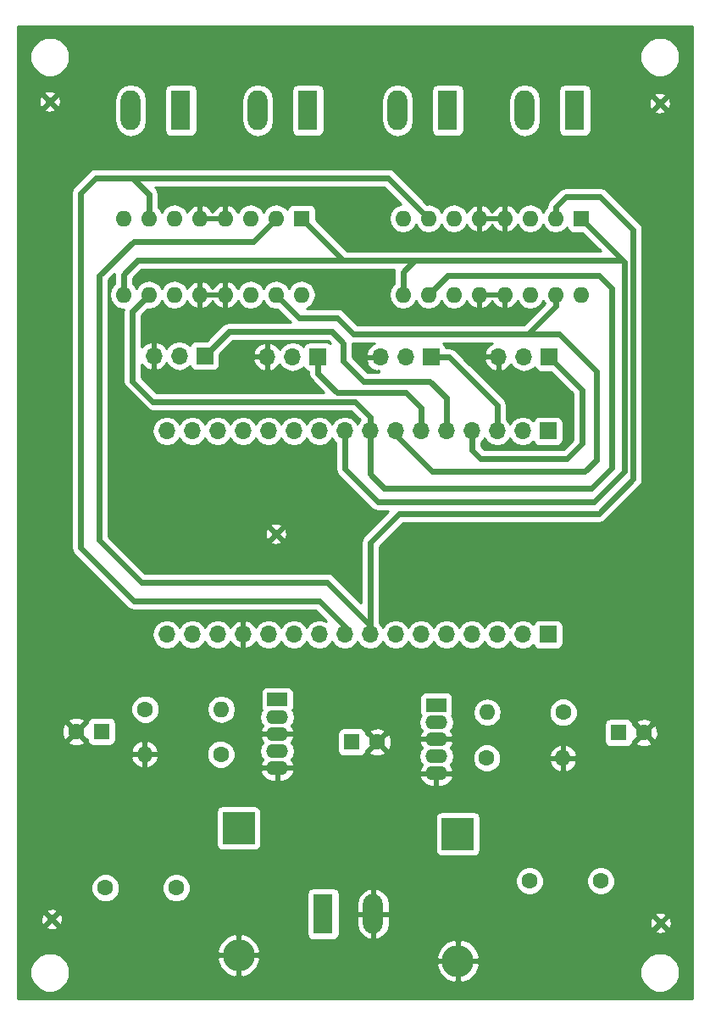
<source format=gbl>
G04 #@! TF.FileFunction,Copper,L2,Bot,Signal*
%FSLAX46Y46*%
G04 Gerber Fmt 4.6, Leading zero omitted, Abs format (unit mm)*
G04 Created by KiCad (PCBNEW 4.0.7) date 04/10/18 21:55:25*
%MOMM*%
%LPD*%
G01*
G04 APERTURE LIST*
%ADD10C,0.100000*%
%ADD11C,0.900000*%
%ADD12O,2.200000X1.400000*%
%ADD13R,2.000000X1.400000*%
%ADD14C,1.600000*%
%ADD15R,1.600000X1.600000*%
%ADD16R,1.980000X3.960000*%
%ADD17O,1.980000X3.960000*%
%ADD18R,1.700000X1.700000*%
%ADD19O,1.700000X1.700000*%
%ADD20O,1.600000X1.600000*%
%ADD21R,3.200000X3.200000*%
%ADD22O,3.200000X3.200000*%
%ADD23C,0.600000*%
%ADD24C,0.400000*%
%ADD25C,0.254000*%
G04 APERTURE END LIST*
D10*
D11*
X126619000Y-87376000D03*
X104203500Y-125857000D03*
X104013000Y-44196000D03*
X164973000Y-44386500D03*
D12*
X142621000Y-111296500D03*
X142621000Y-109591500D03*
X142621000Y-106181500D03*
D13*
X142621000Y-104476500D03*
D12*
X142621000Y-107886500D03*
D14*
X116649500Y-122745500D03*
X109549500Y-122745500D03*
D15*
X134200900Y-108178600D03*
D14*
X136700900Y-108178600D03*
D15*
X109156500Y-107124500D03*
D14*
X106656500Y-107124500D03*
D15*
X160845500Y-107251500D03*
D14*
X163345500Y-107251500D03*
D12*
X126733300Y-110775800D03*
X126733300Y-109070800D03*
X126733300Y-105660800D03*
D13*
X126733300Y-103955800D03*
D12*
X126733300Y-107365800D03*
D16*
X129794000Y-45085000D03*
D17*
X124794000Y-45085000D03*
D16*
X117094000Y-45085000D03*
D17*
X112094000Y-45085000D03*
D16*
X156464000Y-45085000D03*
D17*
X151464000Y-45085000D03*
D16*
X143764000Y-45085000D03*
D17*
X138764000Y-45085000D03*
D16*
X131318000Y-125349000D03*
D17*
X136318000Y-125349000D03*
D18*
X153797000Y-97434400D03*
D19*
X151257000Y-97434400D03*
X148717000Y-97434400D03*
X146177000Y-97434400D03*
X143637000Y-97434400D03*
X141097000Y-97434400D03*
X138557000Y-97434400D03*
X136017000Y-97434400D03*
X133477000Y-97434400D03*
X130937000Y-97434400D03*
X128397000Y-97434400D03*
X125857000Y-97434400D03*
X123317000Y-97434400D03*
X120777000Y-97434400D03*
X118237000Y-97434400D03*
X115697000Y-97434400D03*
D18*
X153797000Y-77114400D03*
D19*
X151257000Y-77114400D03*
X148717000Y-77114400D03*
X146177000Y-77114400D03*
X143637000Y-77114400D03*
X141097000Y-77114400D03*
X138557000Y-77114400D03*
X136017000Y-77114400D03*
X133477000Y-77114400D03*
X130937000Y-77114400D03*
X128397000Y-77114400D03*
X125857000Y-77114400D03*
X123317000Y-77114400D03*
X120777000Y-77114400D03*
X118237000Y-77114400D03*
X115697000Y-77114400D03*
D14*
X113525300Y-104914700D03*
D20*
X121145300Y-104914700D03*
D14*
X121094500Y-109410500D03*
D20*
X113474500Y-109410500D03*
D15*
X157099000Y-55880000D03*
D20*
X139319000Y-63500000D03*
X154559000Y-55880000D03*
X141859000Y-63500000D03*
X152019000Y-55880000D03*
X144399000Y-63500000D03*
X149479000Y-55880000D03*
X146939000Y-63500000D03*
X146939000Y-55880000D03*
X149479000Y-63500000D03*
X144399000Y-55880000D03*
X152019000Y-63500000D03*
X141859000Y-55880000D03*
X154559000Y-63500000D03*
X139319000Y-55880000D03*
X157099000Y-63500000D03*
D15*
X129159000Y-55880000D03*
D20*
X111379000Y-63500000D03*
X126619000Y-55880000D03*
X113919000Y-63500000D03*
X124079000Y-55880000D03*
X116459000Y-63500000D03*
X121539000Y-55880000D03*
X118999000Y-63500000D03*
X118999000Y-55880000D03*
X121539000Y-63500000D03*
X116459000Y-55880000D03*
X124079000Y-63500000D03*
X113919000Y-55880000D03*
X126619000Y-63500000D03*
X111379000Y-55880000D03*
X129159000Y-63500000D03*
D21*
X144780000Y-117348000D03*
D22*
X144780000Y-130048000D03*
D21*
X122872500Y-116776500D03*
D22*
X122872500Y-129476500D03*
D18*
X119481600Y-69596000D03*
D19*
X116941600Y-69596000D03*
X114401600Y-69596000D03*
D18*
X130810000Y-69697600D03*
D19*
X128270000Y-69697600D03*
X125730000Y-69697600D03*
D18*
X142087600Y-69723000D03*
D19*
X139547600Y-69723000D03*
X137007600Y-69723000D03*
D18*
X153924000Y-69697600D03*
D19*
X151384000Y-69697600D03*
X148844000Y-69697600D03*
D14*
X151955500Y-122047000D03*
X159055500Y-122047000D03*
X155321000Y-105219500D03*
D20*
X147701000Y-105219500D03*
D14*
X147669250Y-109770001D03*
D20*
X155289250Y-109770001D03*
D11*
X165036500Y-126238000D03*
D23*
X111379000Y-61468000D02*
X111379000Y-63500000D01*
X112776000Y-60071000D02*
X111379000Y-61468000D01*
X133477000Y-60071000D02*
X112776000Y-60071000D01*
X133477000Y-60071000D02*
X133350000Y-60071000D01*
X140462000Y-60071000D02*
X133477000Y-60071000D01*
X133350000Y-60071000D02*
X129159000Y-55880000D01*
X161290000Y-60071000D02*
X140462000Y-60071000D01*
X139319000Y-61214000D02*
X139319000Y-63500000D01*
X140462000Y-60071000D02*
X139319000Y-61214000D01*
X133477000Y-77114400D02*
X133477000Y-80899000D01*
X161417000Y-60198000D02*
X161290000Y-60071000D01*
X161290000Y-60071000D02*
X157099000Y-55880000D01*
X161417000Y-81153000D02*
X161417000Y-60198000D01*
X158369000Y-84201000D02*
X161417000Y-81153000D01*
X136779000Y-84201000D02*
X158369000Y-84201000D01*
X133477000Y-80899000D02*
X136779000Y-84201000D01*
D24*
X133477000Y-77114400D02*
X133375400Y-77114400D01*
D23*
X154559000Y-55880000D02*
X154559000Y-54737000D01*
X136017000Y-88265000D02*
X136017000Y-96520000D01*
X138938000Y-85344000D02*
X136017000Y-88265000D01*
X158877000Y-85344000D02*
X138938000Y-85344000D01*
X162306000Y-81915000D02*
X158877000Y-85344000D01*
X162306000Y-57023000D02*
X162306000Y-81915000D01*
X159004000Y-53721000D02*
X162306000Y-57023000D01*
X155575000Y-53721000D02*
X159004000Y-53721000D01*
X154559000Y-54737000D02*
X155575000Y-53721000D01*
X136017000Y-97434400D02*
X136017000Y-96520000D01*
X124333000Y-58166000D02*
X126619000Y-55880000D01*
X112395000Y-58166000D02*
X124333000Y-58166000D01*
X108966000Y-61595000D02*
X112395000Y-58166000D01*
X108966000Y-88011000D02*
X108966000Y-61595000D01*
X113157000Y-92202000D02*
X108966000Y-88011000D01*
X131699000Y-92202000D02*
X113157000Y-92202000D01*
X136017000Y-96520000D02*
X131699000Y-92202000D01*
X113919000Y-55880000D02*
X113919000Y-53467000D01*
X113919000Y-53467000D02*
X112268000Y-51816000D01*
X133477000Y-97434400D02*
X133477000Y-96647000D01*
X133477000Y-96647000D02*
X130937000Y-94107000D01*
X130937000Y-94107000D02*
X112395000Y-94107000D01*
X112395000Y-94107000D02*
X107061000Y-88773000D01*
X107061000Y-88773000D02*
X107061000Y-53340000D01*
X107061000Y-53340000D02*
X108585000Y-51816000D01*
X108585000Y-51816000D02*
X112268000Y-51816000D01*
X112268000Y-51816000D02*
X137795000Y-51816000D01*
X137795000Y-51816000D02*
X141859000Y-55880000D01*
X136017000Y-77114400D02*
X136017000Y-75692000D01*
X112268000Y-65151000D02*
X113919000Y-63500000D01*
X112268000Y-72136000D02*
X112268000Y-65151000D01*
X114300000Y-74168000D02*
X112268000Y-72136000D01*
X134493000Y-74168000D02*
X114300000Y-74168000D01*
X136017000Y-75692000D02*
X134493000Y-74168000D01*
X136017000Y-77114400D02*
X136017000Y-81407000D01*
X143764000Y-61595000D02*
X141859000Y-63500000D01*
X158877000Y-61595000D02*
X143764000Y-61595000D01*
X160147000Y-62865000D02*
X158877000Y-61595000D01*
X160147000Y-80772000D02*
X160147000Y-62865000D01*
X158115000Y-82804000D02*
X160147000Y-80772000D01*
X137414000Y-82804000D02*
X158115000Y-82804000D01*
X136017000Y-81407000D02*
X137414000Y-82804000D01*
X154559000Y-63500000D02*
X154559000Y-64643000D01*
X154559000Y-64643000D02*
X151765000Y-67437000D01*
X138557000Y-77114400D02*
X138557000Y-77470000D01*
X138557000Y-77470000D02*
X142240000Y-81153000D01*
X142240000Y-81153000D02*
X157480000Y-81153000D01*
X157480000Y-81153000D02*
X158623000Y-80010000D01*
X158623000Y-80010000D02*
X158623000Y-71120000D01*
X158623000Y-71120000D02*
X154940000Y-67437000D01*
X154940000Y-67437000D02*
X151765000Y-67437000D01*
X151765000Y-67437000D02*
X134366000Y-67437000D01*
X134366000Y-67437000D02*
X132715000Y-65786000D01*
X132715000Y-65786000D02*
X128905000Y-65786000D01*
X128905000Y-65786000D02*
X126619000Y-63500000D01*
X142087600Y-69723000D02*
X143891000Y-69723000D01*
X148717000Y-74549000D02*
X148717000Y-77114400D01*
X143891000Y-69723000D02*
X148717000Y-74549000D01*
X146177000Y-77114400D02*
X146177000Y-78994000D01*
X157226000Y-72999600D02*
X153924000Y-69697600D01*
X157226000Y-78359000D02*
X157226000Y-72999600D01*
X155702000Y-79883000D02*
X157226000Y-78359000D01*
X147066000Y-79883000D02*
X155702000Y-79883000D01*
X146177000Y-78994000D02*
X147066000Y-79883000D01*
X143637000Y-77114400D02*
X143637000Y-73787000D01*
X121894600Y-67183000D02*
X119481600Y-69596000D01*
X132207000Y-67183000D02*
X121894600Y-67183000D01*
X133350000Y-68326000D02*
X132207000Y-67183000D01*
X133350000Y-70104000D02*
X133350000Y-68326000D01*
X135382000Y-72136000D02*
X133350000Y-70104000D01*
X141986000Y-72136000D02*
X135382000Y-72136000D01*
X143637000Y-73787000D02*
X141986000Y-72136000D01*
X130810000Y-69697600D02*
X130810000Y-71374000D01*
X141097000Y-74803000D02*
X141097000Y-77114400D01*
X139573000Y-73279000D02*
X141097000Y-74803000D01*
X132715000Y-73279000D02*
X139573000Y-73279000D01*
X130810000Y-71374000D02*
X132715000Y-73279000D01*
D25*
G36*
X168200000Y-133783000D02*
X100849500Y-133783000D01*
X100849500Y-131584109D01*
X102027657Y-131584109D01*
X102329218Y-132313943D01*
X102887120Y-132872819D01*
X103616427Y-133175654D01*
X104406109Y-133176343D01*
X105135943Y-132874782D01*
X105694819Y-132316880D01*
X105997654Y-131587573D01*
X105998343Y-130797891D01*
X105696782Y-130068057D01*
X105579933Y-129951004D01*
X120688444Y-129951004D01*
X121036280Y-130750687D01*
X121663664Y-131356386D01*
X122397997Y-131660550D01*
X122745500Y-131548862D01*
X122745500Y-129603500D01*
X122999500Y-129603500D01*
X122999500Y-131548862D01*
X123347003Y-131660550D01*
X124081336Y-131356386D01*
X124708720Y-130750687D01*
X124807972Y-130522504D01*
X142595944Y-130522504D01*
X142943780Y-131322187D01*
X143571164Y-131927886D01*
X144305497Y-132232050D01*
X144653000Y-132120362D01*
X144653000Y-130175000D01*
X144907000Y-130175000D01*
X144907000Y-132120362D01*
X145254503Y-132232050D01*
X145988836Y-131927886D01*
X146344920Y-131584109D01*
X162987657Y-131584109D01*
X163289218Y-132313943D01*
X163847120Y-132872819D01*
X164576427Y-133175654D01*
X165366109Y-133176343D01*
X166095943Y-132874782D01*
X166654819Y-132316880D01*
X166957654Y-131587573D01*
X166958343Y-130797891D01*
X166656782Y-130068057D01*
X166098880Y-129509181D01*
X165369573Y-129206346D01*
X164579891Y-129205657D01*
X163850057Y-129507218D01*
X163291181Y-130065120D01*
X162988346Y-130794427D01*
X162987657Y-131584109D01*
X146344920Y-131584109D01*
X146616220Y-131322187D01*
X146964056Y-130522504D01*
X146852645Y-130175000D01*
X144907000Y-130175000D01*
X144653000Y-130175000D01*
X142707355Y-130175000D01*
X142595944Y-130522504D01*
X124807972Y-130522504D01*
X125056556Y-129951004D01*
X124945145Y-129603500D01*
X122999500Y-129603500D01*
X122745500Y-129603500D01*
X120799855Y-129603500D01*
X120688444Y-129951004D01*
X105579933Y-129951004D01*
X105203083Y-129573496D01*
X142595944Y-129573496D01*
X142707355Y-129921000D01*
X144653000Y-129921000D01*
X144653000Y-127975638D01*
X144907000Y-127975638D01*
X144907000Y-129921000D01*
X146852645Y-129921000D01*
X146964056Y-129573496D01*
X146616220Y-128773813D01*
X145988836Y-128168114D01*
X145254503Y-127863950D01*
X144907000Y-127975638D01*
X144653000Y-127975638D01*
X144305497Y-127863950D01*
X143571164Y-128168114D01*
X142943780Y-128773813D01*
X142595944Y-129573496D01*
X105203083Y-129573496D01*
X105138880Y-129509181D01*
X104409573Y-129206346D01*
X103619891Y-129205657D01*
X102890057Y-129507218D01*
X102331181Y-130065120D01*
X102028346Y-130794427D01*
X102027657Y-131584109D01*
X100849500Y-131584109D01*
X100849500Y-129001996D01*
X120688444Y-129001996D01*
X120799855Y-129349500D01*
X122745500Y-129349500D01*
X122745500Y-127404138D01*
X122999500Y-127404138D01*
X122999500Y-129349500D01*
X124945145Y-129349500D01*
X125056556Y-129001996D01*
X124708720Y-128202313D01*
X124081336Y-127596614D01*
X123347003Y-127292450D01*
X122999500Y-127404138D01*
X122745500Y-127404138D01*
X122397997Y-127292450D01*
X121663664Y-127596614D01*
X121036280Y-128202313D01*
X120688444Y-129001996D01*
X100849500Y-129001996D01*
X100849500Y-126610745D01*
X103629360Y-126610745D01*
X103660303Y-126820712D01*
X104070448Y-126955226D01*
X104500849Y-126922546D01*
X104746697Y-126820712D01*
X104777640Y-126610745D01*
X104203500Y-126036605D01*
X103629360Y-126610745D01*
X100849500Y-126610745D01*
X100849500Y-125723948D01*
X103105274Y-125723948D01*
X103137954Y-126154349D01*
X103239788Y-126400197D01*
X103449755Y-126431140D01*
X104023895Y-125857000D01*
X104383105Y-125857000D01*
X104957245Y-126431140D01*
X105167212Y-126400197D01*
X105301726Y-125990052D01*
X105269046Y-125559651D01*
X105167212Y-125313803D01*
X104957245Y-125282860D01*
X104383105Y-125857000D01*
X104023895Y-125857000D01*
X103449755Y-125282860D01*
X103239788Y-125313803D01*
X103105274Y-125723948D01*
X100849500Y-125723948D01*
X100849500Y-125103255D01*
X103629360Y-125103255D01*
X104203500Y-125677395D01*
X104777640Y-125103255D01*
X104746697Y-124893288D01*
X104336552Y-124758774D01*
X103906151Y-124791454D01*
X103660303Y-124893288D01*
X103629360Y-125103255D01*
X100849500Y-125103255D01*
X100849500Y-123029687D01*
X108114252Y-123029687D01*
X108332257Y-123557300D01*
X108735577Y-123961324D01*
X109262809Y-124180250D01*
X109833687Y-124180748D01*
X110361300Y-123962743D01*
X110765324Y-123559423D01*
X110984250Y-123032191D01*
X110984252Y-123029687D01*
X115214252Y-123029687D01*
X115432257Y-123557300D01*
X115835577Y-123961324D01*
X116362809Y-124180250D01*
X116933687Y-124180748D01*
X117461300Y-123962743D01*
X117865324Y-123559423D01*
X117944394Y-123369000D01*
X129680560Y-123369000D01*
X129680560Y-127329000D01*
X129724838Y-127564317D01*
X129863910Y-127780441D01*
X130076110Y-127925431D01*
X130328000Y-127976440D01*
X132308000Y-127976440D01*
X132543317Y-127932162D01*
X132759441Y-127793090D01*
X132904431Y-127580890D01*
X132955440Y-127329000D01*
X132955440Y-125476000D01*
X134693000Y-125476000D01*
X134693000Y-126466000D01*
X134865297Y-127078193D01*
X135258754Y-127577851D01*
X135813472Y-127888905D01*
X135939135Y-127919218D01*
X136191000Y-127799740D01*
X136191000Y-125476000D01*
X136445000Y-125476000D01*
X136445000Y-127799740D01*
X136696865Y-127919218D01*
X136822528Y-127888905D01*
X137377246Y-127577851D01*
X137770703Y-127078193D01*
X137795033Y-126991745D01*
X164462360Y-126991745D01*
X164493303Y-127201712D01*
X164903448Y-127336226D01*
X165333849Y-127303546D01*
X165579697Y-127201712D01*
X165610640Y-126991745D01*
X165036500Y-126417605D01*
X164462360Y-126991745D01*
X137795033Y-126991745D01*
X137943000Y-126466000D01*
X137943000Y-126104948D01*
X163938274Y-126104948D01*
X163970954Y-126535349D01*
X164072788Y-126781197D01*
X164282755Y-126812140D01*
X164856895Y-126238000D01*
X165216105Y-126238000D01*
X165790245Y-126812140D01*
X166000212Y-126781197D01*
X166134726Y-126371052D01*
X166102046Y-125940651D01*
X166000212Y-125694803D01*
X165790245Y-125663860D01*
X165216105Y-126238000D01*
X164856895Y-126238000D01*
X164282755Y-125663860D01*
X164072788Y-125694803D01*
X163938274Y-126104948D01*
X137943000Y-126104948D01*
X137943000Y-125484255D01*
X164462360Y-125484255D01*
X165036500Y-126058395D01*
X165610640Y-125484255D01*
X165579697Y-125274288D01*
X165169552Y-125139774D01*
X164739151Y-125172454D01*
X164493303Y-125274288D01*
X164462360Y-125484255D01*
X137943000Y-125484255D01*
X137943000Y-125476000D01*
X136445000Y-125476000D01*
X136191000Y-125476000D01*
X134693000Y-125476000D01*
X132955440Y-125476000D01*
X132955440Y-124232000D01*
X134693000Y-124232000D01*
X134693000Y-125222000D01*
X136191000Y-125222000D01*
X136191000Y-122898260D01*
X136445000Y-122898260D01*
X136445000Y-125222000D01*
X137943000Y-125222000D01*
X137943000Y-124232000D01*
X137770703Y-123619807D01*
X137377246Y-123120149D01*
X136822528Y-122809095D01*
X136696865Y-122778782D01*
X136445000Y-122898260D01*
X136191000Y-122898260D01*
X135939135Y-122778782D01*
X135813472Y-122809095D01*
X135258754Y-123120149D01*
X134865297Y-123619807D01*
X134693000Y-124232000D01*
X132955440Y-124232000D01*
X132955440Y-123369000D01*
X132911162Y-123133683D01*
X132772090Y-122917559D01*
X132559890Y-122772569D01*
X132308000Y-122721560D01*
X130328000Y-122721560D01*
X130092683Y-122765838D01*
X129876559Y-122904910D01*
X129731569Y-123117110D01*
X129680560Y-123369000D01*
X117944394Y-123369000D01*
X118084250Y-123032191D01*
X118084748Y-122461313D01*
X118030982Y-122331187D01*
X150520252Y-122331187D01*
X150738257Y-122858800D01*
X151141577Y-123262824D01*
X151668809Y-123481750D01*
X152239687Y-123482248D01*
X152767300Y-123264243D01*
X153171324Y-122860923D01*
X153390250Y-122333691D01*
X153390252Y-122331187D01*
X157620252Y-122331187D01*
X157838257Y-122858800D01*
X158241577Y-123262824D01*
X158768809Y-123481750D01*
X159339687Y-123482248D01*
X159867300Y-123264243D01*
X160271324Y-122860923D01*
X160490250Y-122333691D01*
X160490748Y-121762813D01*
X160272743Y-121235200D01*
X159869423Y-120831176D01*
X159342191Y-120612250D01*
X158771313Y-120611752D01*
X158243700Y-120829757D01*
X157839676Y-121233077D01*
X157620750Y-121760309D01*
X157620252Y-122331187D01*
X153390252Y-122331187D01*
X153390748Y-121762813D01*
X153172743Y-121235200D01*
X152769423Y-120831176D01*
X152242191Y-120612250D01*
X151671313Y-120611752D01*
X151143700Y-120829757D01*
X150739676Y-121233077D01*
X150520750Y-121760309D01*
X150520252Y-122331187D01*
X118030982Y-122331187D01*
X117866743Y-121933700D01*
X117463423Y-121529676D01*
X116936191Y-121310750D01*
X116365313Y-121310252D01*
X115837700Y-121528257D01*
X115433676Y-121931577D01*
X115214750Y-122458809D01*
X115214252Y-123029687D01*
X110984252Y-123029687D01*
X110984748Y-122461313D01*
X110766743Y-121933700D01*
X110363423Y-121529676D01*
X109836191Y-121310750D01*
X109265313Y-121310252D01*
X108737700Y-121528257D01*
X108333676Y-121931577D01*
X108114750Y-122458809D01*
X108114252Y-123029687D01*
X100849500Y-123029687D01*
X100849500Y-115176500D01*
X120625060Y-115176500D01*
X120625060Y-118376500D01*
X120669338Y-118611817D01*
X120808410Y-118827941D01*
X121020610Y-118972931D01*
X121272500Y-119023940D01*
X124472500Y-119023940D01*
X124707817Y-118979662D01*
X124923941Y-118840590D01*
X125068931Y-118628390D01*
X125119940Y-118376500D01*
X125119940Y-115748000D01*
X142532560Y-115748000D01*
X142532560Y-118948000D01*
X142576838Y-119183317D01*
X142715910Y-119399441D01*
X142928110Y-119544431D01*
X143180000Y-119595440D01*
X146380000Y-119595440D01*
X146615317Y-119551162D01*
X146831441Y-119412090D01*
X146976431Y-119199890D01*
X147027440Y-118948000D01*
X147027440Y-115748000D01*
X146983162Y-115512683D01*
X146844090Y-115296559D01*
X146631890Y-115151569D01*
X146380000Y-115100560D01*
X143180000Y-115100560D01*
X142944683Y-115144838D01*
X142728559Y-115283910D01*
X142583569Y-115496110D01*
X142532560Y-115748000D01*
X125119940Y-115748000D01*
X125119940Y-115176500D01*
X125075662Y-114941183D01*
X124936590Y-114725059D01*
X124724390Y-114580069D01*
X124472500Y-114529060D01*
X121272500Y-114529060D01*
X121037183Y-114573338D01*
X120821059Y-114712410D01*
X120676069Y-114924610D01*
X120625060Y-115176500D01*
X100849500Y-115176500D01*
X100849500Y-111109129D01*
X125040584Y-111109129D01*
X125051320Y-111169350D01*
X125299510Y-111629985D01*
X125705085Y-111960578D01*
X126206300Y-112110800D01*
X126606300Y-112110800D01*
X126606300Y-110902800D01*
X126860300Y-110902800D01*
X126860300Y-112110800D01*
X127260300Y-112110800D01*
X127761515Y-111960578D01*
X128167090Y-111629985D01*
X128167174Y-111629829D01*
X140928284Y-111629829D01*
X140939020Y-111690050D01*
X141187210Y-112150685D01*
X141592785Y-112481278D01*
X142094000Y-112631500D01*
X142494000Y-112631500D01*
X142494000Y-111423500D01*
X142748000Y-111423500D01*
X142748000Y-112631500D01*
X143148000Y-112631500D01*
X143649215Y-112481278D01*
X144054790Y-112150685D01*
X144302980Y-111690050D01*
X144313716Y-111629829D01*
X144190374Y-111423500D01*
X142748000Y-111423500D01*
X142494000Y-111423500D01*
X141051626Y-111423500D01*
X140928284Y-111629829D01*
X128167174Y-111629829D01*
X128415280Y-111169350D01*
X128426016Y-111109129D01*
X128302674Y-110902800D01*
X126860300Y-110902800D01*
X126606300Y-110902800D01*
X125163926Y-110902800D01*
X125040584Y-111109129D01*
X100849500Y-111109129D01*
X100849500Y-109759539D01*
X112082596Y-109759539D01*
X112243459Y-110147923D01*
X112619366Y-110562889D01*
X113125459Y-110802414D01*
X113347500Y-110681129D01*
X113347500Y-109537500D01*
X113601500Y-109537500D01*
X113601500Y-110681129D01*
X113823541Y-110802414D01*
X114329634Y-110562889D01*
X114705541Y-110147923D01*
X114866404Y-109759539D01*
X114830775Y-109694687D01*
X119659252Y-109694687D01*
X119877257Y-110222300D01*
X120280577Y-110626324D01*
X120807809Y-110845250D01*
X121378687Y-110845748D01*
X121906300Y-110627743D01*
X122310324Y-110224423D01*
X122529250Y-109697191D01*
X122529748Y-109126313D01*
X122506811Y-109070800D01*
X124964309Y-109070800D01*
X125065930Y-109581682D01*
X125296633Y-109926955D01*
X125051320Y-110382250D01*
X125040584Y-110442471D01*
X125163926Y-110648800D01*
X126606300Y-110648800D01*
X126606300Y-110628800D01*
X126860300Y-110628800D01*
X126860300Y-110648800D01*
X128302674Y-110648800D01*
X128426016Y-110442471D01*
X128415280Y-110382250D01*
X128169967Y-109926955D01*
X128400670Y-109581682D01*
X128502291Y-109070800D01*
X128400670Y-108559918D01*
X128169967Y-108214645D01*
X128415280Y-107759350D01*
X128426016Y-107699129D01*
X128302674Y-107492800D01*
X126860300Y-107492800D01*
X126860300Y-107512800D01*
X126606300Y-107512800D01*
X126606300Y-107492800D01*
X125163926Y-107492800D01*
X125040584Y-107699129D01*
X125051320Y-107759350D01*
X125296633Y-108214645D01*
X125065930Y-108559918D01*
X124964309Y-109070800D01*
X122506811Y-109070800D01*
X122311743Y-108598700D01*
X121908423Y-108194676D01*
X121381191Y-107975750D01*
X120810313Y-107975252D01*
X120282700Y-108193257D01*
X119878676Y-108596577D01*
X119659750Y-109123809D01*
X119659252Y-109694687D01*
X114830775Y-109694687D01*
X114744415Y-109537500D01*
X113601500Y-109537500D01*
X113347500Y-109537500D01*
X112204585Y-109537500D01*
X112082596Y-109759539D01*
X100849500Y-109759539D01*
X100849500Y-109061461D01*
X112082596Y-109061461D01*
X112204585Y-109283500D01*
X113347500Y-109283500D01*
X113347500Y-108139871D01*
X113601500Y-108139871D01*
X113601500Y-109283500D01*
X114744415Y-109283500D01*
X114866404Y-109061461D01*
X114705541Y-108673077D01*
X114329634Y-108258111D01*
X113823541Y-108018586D01*
X113601500Y-108139871D01*
X113347500Y-108139871D01*
X113125459Y-108018586D01*
X112619366Y-108258111D01*
X112243459Y-108673077D01*
X112082596Y-109061461D01*
X100849500Y-109061461D01*
X100849500Y-108132245D01*
X105828361Y-108132245D01*
X105902495Y-108378364D01*
X106439723Y-108571465D01*
X107009954Y-108544278D01*
X107410505Y-108378364D01*
X107484639Y-108132245D01*
X106656500Y-107304105D01*
X105828361Y-108132245D01*
X100849500Y-108132245D01*
X100849500Y-106907723D01*
X105209535Y-106907723D01*
X105236722Y-107477954D01*
X105402636Y-107878505D01*
X105648755Y-107952639D01*
X106476895Y-107124500D01*
X106836105Y-107124500D01*
X107664245Y-107952639D01*
X107711667Y-107938355D01*
X107753338Y-108159817D01*
X107892410Y-108375941D01*
X108104610Y-108520931D01*
X108356500Y-108571940D01*
X109956500Y-108571940D01*
X110191817Y-108527662D01*
X110407941Y-108388590D01*
X110552931Y-108176390D01*
X110603940Y-107924500D01*
X110603940Y-107378600D01*
X132753460Y-107378600D01*
X132753460Y-108978600D01*
X132797738Y-109213917D01*
X132936810Y-109430041D01*
X133149010Y-109575031D01*
X133400900Y-109626040D01*
X135000900Y-109626040D01*
X135236217Y-109581762D01*
X135452341Y-109442690D01*
X135597331Y-109230490D01*
X135606270Y-109186345D01*
X135872761Y-109186345D01*
X135946895Y-109432464D01*
X136484123Y-109625565D01*
X137054354Y-109598378D01*
X137070958Y-109591500D01*
X140852009Y-109591500D01*
X140953630Y-110102382D01*
X141184333Y-110447655D01*
X140939020Y-110902950D01*
X140928284Y-110963171D01*
X141051626Y-111169500D01*
X142494000Y-111169500D01*
X142494000Y-111149500D01*
X142748000Y-111149500D01*
X142748000Y-111169500D01*
X144190374Y-111169500D01*
X144313716Y-110963171D01*
X144302980Y-110902950D01*
X144057667Y-110447655D01*
X144288370Y-110102382D01*
X144297956Y-110054188D01*
X146234002Y-110054188D01*
X146452007Y-110581801D01*
X146855327Y-110985825D01*
X147382559Y-111204751D01*
X147953437Y-111205249D01*
X148481050Y-110987244D01*
X148885074Y-110583924D01*
X149078110Y-110119040D01*
X153897346Y-110119040D01*
X154058209Y-110507424D01*
X154434116Y-110922390D01*
X154940209Y-111161915D01*
X155162250Y-111040630D01*
X155162250Y-109897001D01*
X155416250Y-109897001D01*
X155416250Y-111040630D01*
X155638291Y-111161915D01*
X156144384Y-110922390D01*
X156520291Y-110507424D01*
X156681154Y-110119040D01*
X156559165Y-109897001D01*
X155416250Y-109897001D01*
X155162250Y-109897001D01*
X154019335Y-109897001D01*
X153897346Y-110119040D01*
X149078110Y-110119040D01*
X149104000Y-110056692D01*
X149104498Y-109485814D01*
X149077702Y-109420962D01*
X153897346Y-109420962D01*
X154019335Y-109643001D01*
X155162250Y-109643001D01*
X155162250Y-108499372D01*
X155416250Y-108499372D01*
X155416250Y-109643001D01*
X156559165Y-109643001D01*
X156681154Y-109420962D01*
X156520291Y-109032578D01*
X156144384Y-108617612D01*
X155638291Y-108378087D01*
X155416250Y-108499372D01*
X155162250Y-108499372D01*
X154940209Y-108378087D01*
X154434116Y-108617612D01*
X154058209Y-109032578D01*
X153897346Y-109420962D01*
X149077702Y-109420962D01*
X148886493Y-108958201D01*
X148483173Y-108554177D01*
X147955941Y-108335251D01*
X147385063Y-108334753D01*
X146857450Y-108552758D01*
X146453426Y-108956078D01*
X146234500Y-109483310D01*
X146234002Y-110054188D01*
X144297956Y-110054188D01*
X144389991Y-109591500D01*
X144288370Y-109080618D01*
X144057667Y-108735345D01*
X144302980Y-108280050D01*
X144313716Y-108219829D01*
X144190374Y-108013500D01*
X142748000Y-108013500D01*
X142748000Y-108033500D01*
X142494000Y-108033500D01*
X142494000Y-108013500D01*
X141051626Y-108013500D01*
X140928284Y-108219829D01*
X140939020Y-108280050D01*
X141184333Y-108735345D01*
X140953630Y-109080618D01*
X140852009Y-109591500D01*
X137070958Y-109591500D01*
X137454905Y-109432464D01*
X137529039Y-109186345D01*
X136700900Y-108358205D01*
X135872761Y-109186345D01*
X135606270Y-109186345D01*
X135645546Y-108992399D01*
X135693155Y-109006739D01*
X136521295Y-108178600D01*
X136880505Y-108178600D01*
X137708645Y-109006739D01*
X137954764Y-108932605D01*
X138147865Y-108395377D01*
X138120678Y-107825146D01*
X137954764Y-107424595D01*
X137708645Y-107350461D01*
X136880505Y-108178600D01*
X136521295Y-108178600D01*
X135693155Y-107350461D01*
X135645733Y-107364745D01*
X135609251Y-107170855D01*
X135872761Y-107170855D01*
X136700900Y-107998995D01*
X137529039Y-107170855D01*
X137454905Y-106924736D01*
X136917677Y-106731635D01*
X136347446Y-106758822D01*
X135946895Y-106924736D01*
X135872761Y-107170855D01*
X135609251Y-107170855D01*
X135604062Y-107143283D01*
X135464990Y-106927159D01*
X135252790Y-106782169D01*
X135000900Y-106731160D01*
X133400900Y-106731160D01*
X133165583Y-106775438D01*
X132949459Y-106914510D01*
X132804469Y-107126710D01*
X132753460Y-107378600D01*
X110603940Y-107378600D01*
X110603940Y-106324500D01*
X110559662Y-106089183D01*
X110420590Y-105873059D01*
X110208390Y-105728069D01*
X109956500Y-105677060D01*
X108356500Y-105677060D01*
X108121183Y-105721338D01*
X107905059Y-105860410D01*
X107760069Y-106072610D01*
X107711854Y-106310701D01*
X107664245Y-106296361D01*
X106836105Y-107124500D01*
X106476895Y-107124500D01*
X105648755Y-106296361D01*
X105402636Y-106370495D01*
X105209535Y-106907723D01*
X100849500Y-106907723D01*
X100849500Y-106116755D01*
X105828361Y-106116755D01*
X106656500Y-106944895D01*
X107484639Y-106116755D01*
X107410505Y-105870636D01*
X106873277Y-105677535D01*
X106303046Y-105704722D01*
X105902495Y-105870636D01*
X105828361Y-106116755D01*
X100849500Y-106116755D01*
X100849500Y-105198887D01*
X112090052Y-105198887D01*
X112308057Y-105726500D01*
X112711377Y-106130524D01*
X113238609Y-106349450D01*
X113809487Y-106349948D01*
X114337100Y-106131943D01*
X114741124Y-105728623D01*
X114960050Y-105201391D01*
X114960300Y-104914700D01*
X119682187Y-104914700D01*
X119791420Y-105463851D01*
X120102489Y-105929398D01*
X120568036Y-106240467D01*
X121117187Y-106349700D01*
X121173413Y-106349700D01*
X121722564Y-106240467D01*
X122188111Y-105929398D01*
X122367582Y-105660800D01*
X124964309Y-105660800D01*
X125065930Y-106171682D01*
X125296633Y-106516955D01*
X125051320Y-106972250D01*
X125040584Y-107032471D01*
X125163926Y-107238800D01*
X126606300Y-107238800D01*
X126606300Y-107218800D01*
X126860300Y-107218800D01*
X126860300Y-107238800D01*
X128302674Y-107238800D01*
X128426016Y-107032471D01*
X128415280Y-106972250D01*
X128169967Y-106516955D01*
X128394109Y-106181500D01*
X140852009Y-106181500D01*
X140953630Y-106692382D01*
X141184333Y-107037655D01*
X140939020Y-107492950D01*
X140928284Y-107553171D01*
X141051626Y-107759500D01*
X142494000Y-107759500D01*
X142494000Y-107739500D01*
X142748000Y-107739500D01*
X142748000Y-107759500D01*
X144190374Y-107759500D01*
X144313716Y-107553171D01*
X144302980Y-107492950D01*
X144057667Y-107037655D01*
X144288370Y-106692382D01*
X144389991Y-106181500D01*
X144288370Y-105670618D01*
X144171467Y-105495660D01*
X144217431Y-105428390D01*
X144259732Y-105219500D01*
X146237887Y-105219500D01*
X146347120Y-105768651D01*
X146658189Y-106234198D01*
X147123736Y-106545267D01*
X147672887Y-106654500D01*
X147729113Y-106654500D01*
X148278264Y-106545267D01*
X148743811Y-106234198D01*
X149054880Y-105768651D01*
X149107584Y-105503687D01*
X153885752Y-105503687D01*
X154103757Y-106031300D01*
X154507077Y-106435324D01*
X155034309Y-106654250D01*
X155605187Y-106654748D01*
X156097085Y-106451500D01*
X159398060Y-106451500D01*
X159398060Y-108051500D01*
X159442338Y-108286817D01*
X159581410Y-108502941D01*
X159793610Y-108647931D01*
X160045500Y-108698940D01*
X161645500Y-108698940D01*
X161880817Y-108654662D01*
X162096941Y-108515590D01*
X162241931Y-108303390D01*
X162250870Y-108259245D01*
X162517361Y-108259245D01*
X162591495Y-108505364D01*
X163128723Y-108698465D01*
X163698954Y-108671278D01*
X164099505Y-108505364D01*
X164173639Y-108259245D01*
X163345500Y-107431105D01*
X162517361Y-108259245D01*
X162250870Y-108259245D01*
X162290146Y-108065299D01*
X162337755Y-108079639D01*
X163165895Y-107251500D01*
X163525105Y-107251500D01*
X164353245Y-108079639D01*
X164599364Y-108005505D01*
X164792465Y-107468277D01*
X164765278Y-106898046D01*
X164599364Y-106497495D01*
X164353245Y-106423361D01*
X163525105Y-107251500D01*
X163165895Y-107251500D01*
X162337755Y-106423361D01*
X162290333Y-106437645D01*
X162253851Y-106243755D01*
X162517361Y-106243755D01*
X163345500Y-107071895D01*
X164173639Y-106243755D01*
X164099505Y-105997636D01*
X163562277Y-105804535D01*
X162992046Y-105831722D01*
X162591495Y-105997636D01*
X162517361Y-106243755D01*
X162253851Y-106243755D01*
X162248662Y-106216183D01*
X162109590Y-106000059D01*
X161897390Y-105855069D01*
X161645500Y-105804060D01*
X160045500Y-105804060D01*
X159810183Y-105848338D01*
X159594059Y-105987410D01*
X159449069Y-106199610D01*
X159398060Y-106451500D01*
X156097085Y-106451500D01*
X156132800Y-106436743D01*
X156536824Y-106033423D01*
X156755750Y-105506191D01*
X156756248Y-104935313D01*
X156538243Y-104407700D01*
X156134923Y-104003676D01*
X155607691Y-103784750D01*
X155036813Y-103784252D01*
X154509200Y-104002257D01*
X154105176Y-104405577D01*
X153886250Y-104932809D01*
X153885752Y-105503687D01*
X149107584Y-105503687D01*
X149164113Y-105219500D01*
X149054880Y-104670349D01*
X148743811Y-104204802D01*
X148278264Y-103893733D01*
X147729113Y-103784500D01*
X147672887Y-103784500D01*
X147123736Y-103893733D01*
X146658189Y-104204802D01*
X146347120Y-104670349D01*
X146237887Y-105219500D01*
X144259732Y-105219500D01*
X144268440Y-105176500D01*
X144268440Y-103776500D01*
X144224162Y-103541183D01*
X144085090Y-103325059D01*
X143872890Y-103180069D01*
X143621000Y-103129060D01*
X141621000Y-103129060D01*
X141385683Y-103173338D01*
X141169559Y-103312410D01*
X141024569Y-103524610D01*
X140973560Y-103776500D01*
X140973560Y-105176500D01*
X141017838Y-105411817D01*
X141071173Y-105494702D01*
X140953630Y-105670618D01*
X140852009Y-106181500D01*
X128394109Y-106181500D01*
X128400670Y-106171682D01*
X128502291Y-105660800D01*
X128400670Y-105149918D01*
X128283767Y-104974960D01*
X128329731Y-104907690D01*
X128380740Y-104655800D01*
X128380740Y-103255800D01*
X128336462Y-103020483D01*
X128197390Y-102804359D01*
X127985190Y-102659369D01*
X127733300Y-102608360D01*
X125733300Y-102608360D01*
X125497983Y-102652638D01*
X125281859Y-102791710D01*
X125136869Y-103003910D01*
X125085860Y-103255800D01*
X125085860Y-104655800D01*
X125130138Y-104891117D01*
X125183473Y-104974002D01*
X125065930Y-105149918D01*
X124964309Y-105660800D01*
X122367582Y-105660800D01*
X122499180Y-105463851D01*
X122608413Y-104914700D01*
X122499180Y-104365549D01*
X122188111Y-103900002D01*
X121722564Y-103588933D01*
X121173413Y-103479700D01*
X121117187Y-103479700D01*
X120568036Y-103588933D01*
X120102489Y-103900002D01*
X119791420Y-104365549D01*
X119682187Y-104914700D01*
X114960300Y-104914700D01*
X114960548Y-104630513D01*
X114742543Y-104102900D01*
X114339223Y-103698876D01*
X113811991Y-103479950D01*
X113241113Y-103479452D01*
X112713500Y-103697457D01*
X112309476Y-104100777D01*
X112090550Y-104628009D01*
X112090052Y-105198887D01*
X100849500Y-105198887D01*
X100849500Y-97405307D01*
X114212000Y-97405307D01*
X114212000Y-97463493D01*
X114325039Y-98031778D01*
X114646946Y-98513547D01*
X115128715Y-98835454D01*
X115697000Y-98948493D01*
X116265285Y-98835454D01*
X116747054Y-98513547D01*
X116967000Y-98184374D01*
X117186946Y-98513547D01*
X117668715Y-98835454D01*
X118237000Y-98948493D01*
X118805285Y-98835454D01*
X119287054Y-98513547D01*
X119507000Y-98184374D01*
X119726946Y-98513547D01*
X120208715Y-98835454D01*
X120777000Y-98948493D01*
X121345285Y-98835454D01*
X121827054Y-98513547D01*
X122054702Y-98172847D01*
X122121817Y-98315758D01*
X122550076Y-98706045D01*
X122960110Y-98875876D01*
X123190000Y-98754555D01*
X123190000Y-97561400D01*
X123170000Y-97561400D01*
X123170000Y-97307400D01*
X123190000Y-97307400D01*
X123190000Y-96114245D01*
X122960110Y-95992924D01*
X122550076Y-96162755D01*
X122121817Y-96553042D01*
X122054702Y-96695953D01*
X121827054Y-96355253D01*
X121345285Y-96033346D01*
X120777000Y-95920307D01*
X120208715Y-96033346D01*
X119726946Y-96355253D01*
X119507000Y-96684426D01*
X119287054Y-96355253D01*
X118805285Y-96033346D01*
X118237000Y-95920307D01*
X117668715Y-96033346D01*
X117186946Y-96355253D01*
X116967000Y-96684426D01*
X116747054Y-96355253D01*
X116265285Y-96033346D01*
X115697000Y-95920307D01*
X115128715Y-96033346D01*
X114646946Y-96355253D01*
X114325039Y-96837022D01*
X114212000Y-97405307D01*
X100849500Y-97405307D01*
X100849500Y-53340000D01*
X106126000Y-53340000D01*
X106126000Y-88773000D01*
X106197173Y-89130809D01*
X106399855Y-89434145D01*
X111733855Y-94768145D01*
X112037191Y-94970827D01*
X112395000Y-95042000D01*
X130549710Y-95042000D01*
X131613086Y-96105376D01*
X131505285Y-96033346D01*
X130937000Y-95920307D01*
X130368715Y-96033346D01*
X129886946Y-96355253D01*
X129667000Y-96684426D01*
X129447054Y-96355253D01*
X128965285Y-96033346D01*
X128397000Y-95920307D01*
X127828715Y-96033346D01*
X127346946Y-96355253D01*
X127127000Y-96684426D01*
X126907054Y-96355253D01*
X126425285Y-96033346D01*
X125857000Y-95920307D01*
X125288715Y-96033346D01*
X124806946Y-96355253D01*
X124579298Y-96695953D01*
X124512183Y-96553042D01*
X124083924Y-96162755D01*
X123673890Y-95992924D01*
X123444000Y-96114245D01*
X123444000Y-97307400D01*
X123464000Y-97307400D01*
X123464000Y-97561400D01*
X123444000Y-97561400D01*
X123444000Y-98754555D01*
X123673890Y-98875876D01*
X124083924Y-98706045D01*
X124512183Y-98315758D01*
X124579298Y-98172847D01*
X124806946Y-98513547D01*
X125288715Y-98835454D01*
X125857000Y-98948493D01*
X126425285Y-98835454D01*
X126907054Y-98513547D01*
X127127000Y-98184374D01*
X127346946Y-98513547D01*
X127828715Y-98835454D01*
X128397000Y-98948493D01*
X128965285Y-98835454D01*
X129447054Y-98513547D01*
X129667000Y-98184374D01*
X129886946Y-98513547D01*
X130368715Y-98835454D01*
X130937000Y-98948493D01*
X131505285Y-98835454D01*
X131987054Y-98513547D01*
X132207000Y-98184374D01*
X132426946Y-98513547D01*
X132908715Y-98835454D01*
X133477000Y-98948493D01*
X134045285Y-98835454D01*
X134527054Y-98513547D01*
X134747000Y-98184374D01*
X134966946Y-98513547D01*
X135448715Y-98835454D01*
X136017000Y-98948493D01*
X136585285Y-98835454D01*
X137067054Y-98513547D01*
X137287000Y-98184374D01*
X137506946Y-98513547D01*
X137988715Y-98835454D01*
X138557000Y-98948493D01*
X139125285Y-98835454D01*
X139607054Y-98513547D01*
X139827000Y-98184374D01*
X140046946Y-98513547D01*
X140528715Y-98835454D01*
X141097000Y-98948493D01*
X141665285Y-98835454D01*
X142147054Y-98513547D01*
X142367000Y-98184374D01*
X142586946Y-98513547D01*
X143068715Y-98835454D01*
X143637000Y-98948493D01*
X144205285Y-98835454D01*
X144687054Y-98513547D01*
X144907000Y-98184374D01*
X145126946Y-98513547D01*
X145608715Y-98835454D01*
X146177000Y-98948493D01*
X146745285Y-98835454D01*
X147227054Y-98513547D01*
X147447000Y-98184374D01*
X147666946Y-98513547D01*
X148148715Y-98835454D01*
X148717000Y-98948493D01*
X149285285Y-98835454D01*
X149767054Y-98513547D01*
X149987000Y-98184374D01*
X150206946Y-98513547D01*
X150688715Y-98835454D01*
X151257000Y-98948493D01*
X151825285Y-98835454D01*
X152307054Y-98513547D01*
X152334850Y-98471948D01*
X152343838Y-98519717D01*
X152482910Y-98735841D01*
X152695110Y-98880831D01*
X152947000Y-98931840D01*
X154647000Y-98931840D01*
X154882317Y-98887562D01*
X155098441Y-98748490D01*
X155243431Y-98536290D01*
X155294440Y-98284400D01*
X155294440Y-96584400D01*
X155250162Y-96349083D01*
X155111090Y-96132959D01*
X154898890Y-95987969D01*
X154647000Y-95936960D01*
X152947000Y-95936960D01*
X152711683Y-95981238D01*
X152495559Y-96120310D01*
X152350569Y-96332510D01*
X152336914Y-96399941D01*
X152307054Y-96355253D01*
X151825285Y-96033346D01*
X151257000Y-95920307D01*
X150688715Y-96033346D01*
X150206946Y-96355253D01*
X149987000Y-96684426D01*
X149767054Y-96355253D01*
X149285285Y-96033346D01*
X148717000Y-95920307D01*
X148148715Y-96033346D01*
X147666946Y-96355253D01*
X147447000Y-96684426D01*
X147227054Y-96355253D01*
X146745285Y-96033346D01*
X146177000Y-95920307D01*
X145608715Y-96033346D01*
X145126946Y-96355253D01*
X144907000Y-96684426D01*
X144687054Y-96355253D01*
X144205285Y-96033346D01*
X143637000Y-95920307D01*
X143068715Y-96033346D01*
X142586946Y-96355253D01*
X142367000Y-96684426D01*
X142147054Y-96355253D01*
X141665285Y-96033346D01*
X141097000Y-95920307D01*
X140528715Y-96033346D01*
X140046946Y-96355253D01*
X139827000Y-96684426D01*
X139607054Y-96355253D01*
X139125285Y-96033346D01*
X138557000Y-95920307D01*
X137988715Y-96033346D01*
X137506946Y-96355253D01*
X137287000Y-96684426D01*
X137067054Y-96355253D01*
X136952000Y-96278377D01*
X136952000Y-88652290D01*
X139325290Y-86279000D01*
X158877000Y-86279000D01*
X159234809Y-86207827D01*
X159538145Y-86005145D01*
X162967145Y-82576145D01*
X163169827Y-82272809D01*
X163241000Y-81915000D01*
X163241000Y-57023000D01*
X163169827Y-56665191D01*
X162967145Y-56361855D01*
X159665145Y-53059855D01*
X159361809Y-52857173D01*
X159004000Y-52786000D01*
X155575000Y-52786000D01*
X155217191Y-52857173D01*
X154913855Y-53059855D01*
X153897855Y-54075855D01*
X153695173Y-54379191D01*
X153624000Y-54737000D01*
X153624000Y-54783936D01*
X153544302Y-54837189D01*
X153289000Y-55219275D01*
X153033698Y-54837189D01*
X152568151Y-54526120D01*
X152019000Y-54416887D01*
X151469849Y-54526120D01*
X151004302Y-54837189D01*
X150734014Y-55241703D01*
X150631389Y-55024866D01*
X150216423Y-54648959D01*
X149828039Y-54488096D01*
X149606000Y-54610085D01*
X149606000Y-55753000D01*
X149626000Y-55753000D01*
X149626000Y-56007000D01*
X149606000Y-56007000D01*
X149606000Y-57149915D01*
X149828039Y-57271904D01*
X150216423Y-57111041D01*
X150631389Y-56735134D01*
X150734014Y-56518297D01*
X151004302Y-56922811D01*
X151469849Y-57233880D01*
X152019000Y-57343113D01*
X152568151Y-57233880D01*
X153033698Y-56922811D01*
X153289000Y-56540725D01*
X153544302Y-56922811D01*
X154009849Y-57233880D01*
X154559000Y-57343113D01*
X155108151Y-57233880D01*
X155573698Y-56922811D01*
X155670101Y-56778535D01*
X155695838Y-56915317D01*
X155834910Y-57131441D01*
X156047110Y-57276431D01*
X156299000Y-57327440D01*
X157224150Y-57327440D01*
X159032710Y-59136000D01*
X133737290Y-59136000D01*
X130606440Y-56005150D01*
X130606440Y-55080000D01*
X130562162Y-54844683D01*
X130423090Y-54628559D01*
X130210890Y-54483569D01*
X129959000Y-54432560D01*
X128359000Y-54432560D01*
X128123683Y-54476838D01*
X127907559Y-54615910D01*
X127762569Y-54828110D01*
X127731185Y-54983089D01*
X127633698Y-54837189D01*
X127168151Y-54526120D01*
X126619000Y-54416887D01*
X126069849Y-54526120D01*
X125604302Y-54837189D01*
X125349000Y-55219275D01*
X125093698Y-54837189D01*
X124628151Y-54526120D01*
X124079000Y-54416887D01*
X123529849Y-54526120D01*
X123064302Y-54837189D01*
X122794014Y-55241703D01*
X122691389Y-55024866D01*
X122276423Y-54648959D01*
X121888039Y-54488096D01*
X121666000Y-54610085D01*
X121666000Y-55753000D01*
X121686000Y-55753000D01*
X121686000Y-56007000D01*
X121666000Y-56007000D01*
X121666000Y-56027000D01*
X121412000Y-56027000D01*
X121412000Y-56007000D01*
X119126000Y-56007000D01*
X119126000Y-56027000D01*
X118872000Y-56027000D01*
X118872000Y-56007000D01*
X118852000Y-56007000D01*
X118852000Y-55753000D01*
X118872000Y-55753000D01*
X118872000Y-54610085D01*
X119126000Y-54610085D01*
X119126000Y-55753000D01*
X121412000Y-55753000D01*
X121412000Y-54610085D01*
X121189961Y-54488096D01*
X120801577Y-54648959D01*
X120386611Y-55024866D01*
X120269000Y-55273367D01*
X120151389Y-55024866D01*
X119736423Y-54648959D01*
X119348039Y-54488096D01*
X119126000Y-54610085D01*
X118872000Y-54610085D01*
X118649961Y-54488096D01*
X118261577Y-54648959D01*
X117846611Y-55024866D01*
X117743986Y-55241703D01*
X117473698Y-54837189D01*
X117008151Y-54526120D01*
X116459000Y-54416887D01*
X115909849Y-54526120D01*
X115444302Y-54837189D01*
X115189000Y-55219275D01*
X114933698Y-54837189D01*
X114854000Y-54783936D01*
X114854000Y-53467005D01*
X114854001Y-53467000D01*
X114782827Y-53109192D01*
X114782827Y-53109191D01*
X114580145Y-52805855D01*
X114525290Y-52751000D01*
X137407710Y-52751000D01*
X139114312Y-54457602D01*
X138769849Y-54526120D01*
X138304302Y-54837189D01*
X137993233Y-55302736D01*
X137884000Y-55851887D01*
X137884000Y-55908113D01*
X137993233Y-56457264D01*
X138304302Y-56922811D01*
X138769849Y-57233880D01*
X139319000Y-57343113D01*
X139868151Y-57233880D01*
X140333698Y-56922811D01*
X140589000Y-56540725D01*
X140844302Y-56922811D01*
X141309849Y-57233880D01*
X141859000Y-57343113D01*
X142408151Y-57233880D01*
X142873698Y-56922811D01*
X143129000Y-56540725D01*
X143384302Y-56922811D01*
X143849849Y-57233880D01*
X144399000Y-57343113D01*
X144948151Y-57233880D01*
X145413698Y-56922811D01*
X145683986Y-56518297D01*
X145786611Y-56735134D01*
X146201577Y-57111041D01*
X146589961Y-57271904D01*
X146812000Y-57149915D01*
X146812000Y-56007000D01*
X147066000Y-56007000D01*
X147066000Y-57149915D01*
X147288039Y-57271904D01*
X147676423Y-57111041D01*
X148091389Y-56735134D01*
X148209000Y-56486633D01*
X148326611Y-56735134D01*
X148741577Y-57111041D01*
X149129961Y-57271904D01*
X149352000Y-57149915D01*
X149352000Y-56007000D01*
X147066000Y-56007000D01*
X146812000Y-56007000D01*
X146792000Y-56007000D01*
X146792000Y-55753000D01*
X146812000Y-55753000D01*
X146812000Y-54610085D01*
X147066000Y-54610085D01*
X147066000Y-55753000D01*
X149352000Y-55753000D01*
X149352000Y-54610085D01*
X149129961Y-54488096D01*
X148741577Y-54648959D01*
X148326611Y-55024866D01*
X148209000Y-55273367D01*
X148091389Y-55024866D01*
X147676423Y-54648959D01*
X147288039Y-54488096D01*
X147066000Y-54610085D01*
X146812000Y-54610085D01*
X146589961Y-54488096D01*
X146201577Y-54648959D01*
X145786611Y-55024866D01*
X145683986Y-55241703D01*
X145413698Y-54837189D01*
X144948151Y-54526120D01*
X144399000Y-54416887D01*
X143849849Y-54526120D01*
X143384302Y-54837189D01*
X143129000Y-55219275D01*
X142873698Y-54837189D01*
X142408151Y-54526120D01*
X141859000Y-54416887D01*
X141741541Y-54440251D01*
X138456145Y-51154855D01*
X138152809Y-50952173D01*
X137795000Y-50881000D01*
X108585000Y-50881000D01*
X108227191Y-50952173D01*
X107923855Y-51154855D01*
X106399855Y-52678855D01*
X106197173Y-52982191D01*
X106126000Y-53340000D01*
X100849500Y-53340000D01*
X100849500Y-44949745D01*
X103438860Y-44949745D01*
X103469803Y-45159712D01*
X103879948Y-45294226D01*
X104310349Y-45261546D01*
X104556197Y-45159712D01*
X104587140Y-44949745D01*
X104013000Y-44375605D01*
X103438860Y-44949745D01*
X100849500Y-44949745D01*
X100849500Y-44062948D01*
X102914774Y-44062948D01*
X102947454Y-44493349D01*
X103049288Y-44739197D01*
X103259255Y-44770140D01*
X103833395Y-44196000D01*
X104192605Y-44196000D01*
X104766745Y-44770140D01*
X104976712Y-44739197D01*
X105111226Y-44329052D01*
X105089565Y-44043769D01*
X110469000Y-44043769D01*
X110469000Y-46126231D01*
X110592696Y-46748092D01*
X110944951Y-47275280D01*
X111472139Y-47627535D01*
X112094000Y-47751231D01*
X112715861Y-47627535D01*
X113243049Y-47275280D01*
X113595304Y-46748092D01*
X113719000Y-46126231D01*
X113719000Y-44043769D01*
X113595304Y-43421908D01*
X113383554Y-43105000D01*
X115456560Y-43105000D01*
X115456560Y-47065000D01*
X115500838Y-47300317D01*
X115639910Y-47516441D01*
X115852110Y-47661431D01*
X116104000Y-47712440D01*
X118084000Y-47712440D01*
X118319317Y-47668162D01*
X118535441Y-47529090D01*
X118680431Y-47316890D01*
X118731440Y-47065000D01*
X118731440Y-44043769D01*
X123169000Y-44043769D01*
X123169000Y-46126231D01*
X123292696Y-46748092D01*
X123644951Y-47275280D01*
X124172139Y-47627535D01*
X124794000Y-47751231D01*
X125415861Y-47627535D01*
X125943049Y-47275280D01*
X126295304Y-46748092D01*
X126419000Y-46126231D01*
X126419000Y-44043769D01*
X126295304Y-43421908D01*
X126083554Y-43105000D01*
X128156560Y-43105000D01*
X128156560Y-47065000D01*
X128200838Y-47300317D01*
X128339910Y-47516441D01*
X128552110Y-47661431D01*
X128804000Y-47712440D01*
X130784000Y-47712440D01*
X131019317Y-47668162D01*
X131235441Y-47529090D01*
X131380431Y-47316890D01*
X131431440Y-47065000D01*
X131431440Y-44043769D01*
X137139000Y-44043769D01*
X137139000Y-46126231D01*
X137262696Y-46748092D01*
X137614951Y-47275280D01*
X138142139Y-47627535D01*
X138764000Y-47751231D01*
X139385861Y-47627535D01*
X139913049Y-47275280D01*
X140265304Y-46748092D01*
X140389000Y-46126231D01*
X140389000Y-44043769D01*
X140265304Y-43421908D01*
X140053554Y-43105000D01*
X142126560Y-43105000D01*
X142126560Y-47065000D01*
X142170838Y-47300317D01*
X142309910Y-47516441D01*
X142522110Y-47661431D01*
X142774000Y-47712440D01*
X144754000Y-47712440D01*
X144989317Y-47668162D01*
X145205441Y-47529090D01*
X145350431Y-47316890D01*
X145401440Y-47065000D01*
X145401440Y-44043769D01*
X149839000Y-44043769D01*
X149839000Y-46126231D01*
X149962696Y-46748092D01*
X150314951Y-47275280D01*
X150842139Y-47627535D01*
X151464000Y-47751231D01*
X152085861Y-47627535D01*
X152613049Y-47275280D01*
X152965304Y-46748092D01*
X153089000Y-46126231D01*
X153089000Y-44043769D01*
X152965304Y-43421908D01*
X152753554Y-43105000D01*
X154826560Y-43105000D01*
X154826560Y-47065000D01*
X154870838Y-47300317D01*
X155009910Y-47516441D01*
X155222110Y-47661431D01*
X155474000Y-47712440D01*
X157454000Y-47712440D01*
X157689317Y-47668162D01*
X157905441Y-47529090D01*
X158050431Y-47316890D01*
X158101440Y-47065000D01*
X158101440Y-45140245D01*
X164398860Y-45140245D01*
X164429803Y-45350212D01*
X164839948Y-45484726D01*
X165270349Y-45452046D01*
X165516197Y-45350212D01*
X165547140Y-45140245D01*
X164973000Y-44566105D01*
X164398860Y-45140245D01*
X158101440Y-45140245D01*
X158101440Y-44253448D01*
X163874774Y-44253448D01*
X163907454Y-44683849D01*
X164009288Y-44929697D01*
X164219255Y-44960640D01*
X164793395Y-44386500D01*
X165152605Y-44386500D01*
X165726745Y-44960640D01*
X165936712Y-44929697D01*
X166071226Y-44519552D01*
X166038546Y-44089151D01*
X165936712Y-43843303D01*
X165726745Y-43812360D01*
X165152605Y-44386500D01*
X164793395Y-44386500D01*
X164219255Y-43812360D01*
X164009288Y-43843303D01*
X163874774Y-44253448D01*
X158101440Y-44253448D01*
X158101440Y-43632755D01*
X164398860Y-43632755D01*
X164973000Y-44206895D01*
X165547140Y-43632755D01*
X165516197Y-43422788D01*
X165106052Y-43288274D01*
X164675651Y-43320954D01*
X164429803Y-43422788D01*
X164398860Y-43632755D01*
X158101440Y-43632755D01*
X158101440Y-43105000D01*
X158057162Y-42869683D01*
X157918090Y-42653559D01*
X157705890Y-42508569D01*
X157454000Y-42457560D01*
X155474000Y-42457560D01*
X155238683Y-42501838D01*
X155022559Y-42640910D01*
X154877569Y-42853110D01*
X154826560Y-43105000D01*
X152753554Y-43105000D01*
X152613049Y-42894720D01*
X152085861Y-42542465D01*
X151464000Y-42418769D01*
X150842139Y-42542465D01*
X150314951Y-42894720D01*
X149962696Y-43421908D01*
X149839000Y-44043769D01*
X145401440Y-44043769D01*
X145401440Y-43105000D01*
X145357162Y-42869683D01*
X145218090Y-42653559D01*
X145005890Y-42508569D01*
X144754000Y-42457560D01*
X142774000Y-42457560D01*
X142538683Y-42501838D01*
X142322559Y-42640910D01*
X142177569Y-42853110D01*
X142126560Y-43105000D01*
X140053554Y-43105000D01*
X139913049Y-42894720D01*
X139385861Y-42542465D01*
X138764000Y-42418769D01*
X138142139Y-42542465D01*
X137614951Y-42894720D01*
X137262696Y-43421908D01*
X137139000Y-44043769D01*
X131431440Y-44043769D01*
X131431440Y-43105000D01*
X131387162Y-42869683D01*
X131248090Y-42653559D01*
X131035890Y-42508569D01*
X130784000Y-42457560D01*
X128804000Y-42457560D01*
X128568683Y-42501838D01*
X128352559Y-42640910D01*
X128207569Y-42853110D01*
X128156560Y-43105000D01*
X126083554Y-43105000D01*
X125943049Y-42894720D01*
X125415861Y-42542465D01*
X124794000Y-42418769D01*
X124172139Y-42542465D01*
X123644951Y-42894720D01*
X123292696Y-43421908D01*
X123169000Y-44043769D01*
X118731440Y-44043769D01*
X118731440Y-43105000D01*
X118687162Y-42869683D01*
X118548090Y-42653559D01*
X118335890Y-42508569D01*
X118084000Y-42457560D01*
X116104000Y-42457560D01*
X115868683Y-42501838D01*
X115652559Y-42640910D01*
X115507569Y-42853110D01*
X115456560Y-43105000D01*
X113383554Y-43105000D01*
X113243049Y-42894720D01*
X112715861Y-42542465D01*
X112094000Y-42418769D01*
X111472139Y-42542465D01*
X110944951Y-42894720D01*
X110592696Y-43421908D01*
X110469000Y-44043769D01*
X105089565Y-44043769D01*
X105078546Y-43898651D01*
X104976712Y-43652803D01*
X104766745Y-43621860D01*
X104192605Y-44196000D01*
X103833395Y-44196000D01*
X103259255Y-43621860D01*
X103049288Y-43652803D01*
X102914774Y-44062948D01*
X100849500Y-44062948D01*
X100849500Y-43442255D01*
X103438860Y-43442255D01*
X104013000Y-44016395D01*
X104587140Y-43442255D01*
X104556197Y-43232288D01*
X104146052Y-43097774D01*
X103715651Y-43130454D01*
X103469803Y-43232288D01*
X103438860Y-43442255D01*
X100849500Y-43442255D01*
X100849500Y-40144109D01*
X102027657Y-40144109D01*
X102329218Y-40873943D01*
X102887120Y-41432819D01*
X103616427Y-41735654D01*
X104406109Y-41736343D01*
X105135943Y-41434782D01*
X105694819Y-40876880D01*
X105997654Y-40147573D01*
X105997657Y-40144109D01*
X162987657Y-40144109D01*
X163289218Y-40873943D01*
X163847120Y-41432819D01*
X164576427Y-41735654D01*
X165366109Y-41736343D01*
X166095943Y-41434782D01*
X166654819Y-40876880D01*
X166957654Y-40147573D01*
X166958343Y-39357891D01*
X166656782Y-38628057D01*
X166098880Y-38069181D01*
X165369573Y-37766346D01*
X164579891Y-37765657D01*
X163850057Y-38067218D01*
X163291181Y-38625120D01*
X162988346Y-39354427D01*
X162987657Y-40144109D01*
X105997657Y-40144109D01*
X105998343Y-39357891D01*
X105696782Y-38628057D01*
X105138880Y-38069181D01*
X104409573Y-37766346D01*
X103619891Y-37765657D01*
X102890057Y-38067218D01*
X102331181Y-38625120D01*
X102028346Y-39354427D01*
X102027657Y-40144109D01*
X100849500Y-40144109D01*
X100849500Y-36651000D01*
X168200000Y-36651000D01*
X168200000Y-133783000D01*
X168200000Y-133783000D01*
G37*
X168200000Y-133783000D02*
X100849500Y-133783000D01*
X100849500Y-131584109D01*
X102027657Y-131584109D01*
X102329218Y-132313943D01*
X102887120Y-132872819D01*
X103616427Y-133175654D01*
X104406109Y-133176343D01*
X105135943Y-132874782D01*
X105694819Y-132316880D01*
X105997654Y-131587573D01*
X105998343Y-130797891D01*
X105696782Y-130068057D01*
X105579933Y-129951004D01*
X120688444Y-129951004D01*
X121036280Y-130750687D01*
X121663664Y-131356386D01*
X122397997Y-131660550D01*
X122745500Y-131548862D01*
X122745500Y-129603500D01*
X122999500Y-129603500D01*
X122999500Y-131548862D01*
X123347003Y-131660550D01*
X124081336Y-131356386D01*
X124708720Y-130750687D01*
X124807972Y-130522504D01*
X142595944Y-130522504D01*
X142943780Y-131322187D01*
X143571164Y-131927886D01*
X144305497Y-132232050D01*
X144653000Y-132120362D01*
X144653000Y-130175000D01*
X144907000Y-130175000D01*
X144907000Y-132120362D01*
X145254503Y-132232050D01*
X145988836Y-131927886D01*
X146344920Y-131584109D01*
X162987657Y-131584109D01*
X163289218Y-132313943D01*
X163847120Y-132872819D01*
X164576427Y-133175654D01*
X165366109Y-133176343D01*
X166095943Y-132874782D01*
X166654819Y-132316880D01*
X166957654Y-131587573D01*
X166958343Y-130797891D01*
X166656782Y-130068057D01*
X166098880Y-129509181D01*
X165369573Y-129206346D01*
X164579891Y-129205657D01*
X163850057Y-129507218D01*
X163291181Y-130065120D01*
X162988346Y-130794427D01*
X162987657Y-131584109D01*
X146344920Y-131584109D01*
X146616220Y-131322187D01*
X146964056Y-130522504D01*
X146852645Y-130175000D01*
X144907000Y-130175000D01*
X144653000Y-130175000D01*
X142707355Y-130175000D01*
X142595944Y-130522504D01*
X124807972Y-130522504D01*
X125056556Y-129951004D01*
X124945145Y-129603500D01*
X122999500Y-129603500D01*
X122745500Y-129603500D01*
X120799855Y-129603500D01*
X120688444Y-129951004D01*
X105579933Y-129951004D01*
X105203083Y-129573496D01*
X142595944Y-129573496D01*
X142707355Y-129921000D01*
X144653000Y-129921000D01*
X144653000Y-127975638D01*
X144907000Y-127975638D01*
X144907000Y-129921000D01*
X146852645Y-129921000D01*
X146964056Y-129573496D01*
X146616220Y-128773813D01*
X145988836Y-128168114D01*
X145254503Y-127863950D01*
X144907000Y-127975638D01*
X144653000Y-127975638D01*
X144305497Y-127863950D01*
X143571164Y-128168114D01*
X142943780Y-128773813D01*
X142595944Y-129573496D01*
X105203083Y-129573496D01*
X105138880Y-129509181D01*
X104409573Y-129206346D01*
X103619891Y-129205657D01*
X102890057Y-129507218D01*
X102331181Y-130065120D01*
X102028346Y-130794427D01*
X102027657Y-131584109D01*
X100849500Y-131584109D01*
X100849500Y-129001996D01*
X120688444Y-129001996D01*
X120799855Y-129349500D01*
X122745500Y-129349500D01*
X122745500Y-127404138D01*
X122999500Y-127404138D01*
X122999500Y-129349500D01*
X124945145Y-129349500D01*
X125056556Y-129001996D01*
X124708720Y-128202313D01*
X124081336Y-127596614D01*
X123347003Y-127292450D01*
X122999500Y-127404138D01*
X122745500Y-127404138D01*
X122397997Y-127292450D01*
X121663664Y-127596614D01*
X121036280Y-128202313D01*
X120688444Y-129001996D01*
X100849500Y-129001996D01*
X100849500Y-126610745D01*
X103629360Y-126610745D01*
X103660303Y-126820712D01*
X104070448Y-126955226D01*
X104500849Y-126922546D01*
X104746697Y-126820712D01*
X104777640Y-126610745D01*
X104203500Y-126036605D01*
X103629360Y-126610745D01*
X100849500Y-126610745D01*
X100849500Y-125723948D01*
X103105274Y-125723948D01*
X103137954Y-126154349D01*
X103239788Y-126400197D01*
X103449755Y-126431140D01*
X104023895Y-125857000D01*
X104383105Y-125857000D01*
X104957245Y-126431140D01*
X105167212Y-126400197D01*
X105301726Y-125990052D01*
X105269046Y-125559651D01*
X105167212Y-125313803D01*
X104957245Y-125282860D01*
X104383105Y-125857000D01*
X104023895Y-125857000D01*
X103449755Y-125282860D01*
X103239788Y-125313803D01*
X103105274Y-125723948D01*
X100849500Y-125723948D01*
X100849500Y-125103255D01*
X103629360Y-125103255D01*
X104203500Y-125677395D01*
X104777640Y-125103255D01*
X104746697Y-124893288D01*
X104336552Y-124758774D01*
X103906151Y-124791454D01*
X103660303Y-124893288D01*
X103629360Y-125103255D01*
X100849500Y-125103255D01*
X100849500Y-123029687D01*
X108114252Y-123029687D01*
X108332257Y-123557300D01*
X108735577Y-123961324D01*
X109262809Y-124180250D01*
X109833687Y-124180748D01*
X110361300Y-123962743D01*
X110765324Y-123559423D01*
X110984250Y-123032191D01*
X110984252Y-123029687D01*
X115214252Y-123029687D01*
X115432257Y-123557300D01*
X115835577Y-123961324D01*
X116362809Y-124180250D01*
X116933687Y-124180748D01*
X117461300Y-123962743D01*
X117865324Y-123559423D01*
X117944394Y-123369000D01*
X129680560Y-123369000D01*
X129680560Y-127329000D01*
X129724838Y-127564317D01*
X129863910Y-127780441D01*
X130076110Y-127925431D01*
X130328000Y-127976440D01*
X132308000Y-127976440D01*
X132543317Y-127932162D01*
X132759441Y-127793090D01*
X132904431Y-127580890D01*
X132955440Y-127329000D01*
X132955440Y-125476000D01*
X134693000Y-125476000D01*
X134693000Y-126466000D01*
X134865297Y-127078193D01*
X135258754Y-127577851D01*
X135813472Y-127888905D01*
X135939135Y-127919218D01*
X136191000Y-127799740D01*
X136191000Y-125476000D01*
X136445000Y-125476000D01*
X136445000Y-127799740D01*
X136696865Y-127919218D01*
X136822528Y-127888905D01*
X137377246Y-127577851D01*
X137770703Y-127078193D01*
X137795033Y-126991745D01*
X164462360Y-126991745D01*
X164493303Y-127201712D01*
X164903448Y-127336226D01*
X165333849Y-127303546D01*
X165579697Y-127201712D01*
X165610640Y-126991745D01*
X165036500Y-126417605D01*
X164462360Y-126991745D01*
X137795033Y-126991745D01*
X137943000Y-126466000D01*
X137943000Y-126104948D01*
X163938274Y-126104948D01*
X163970954Y-126535349D01*
X164072788Y-126781197D01*
X164282755Y-126812140D01*
X164856895Y-126238000D01*
X165216105Y-126238000D01*
X165790245Y-126812140D01*
X166000212Y-126781197D01*
X166134726Y-126371052D01*
X166102046Y-125940651D01*
X166000212Y-125694803D01*
X165790245Y-125663860D01*
X165216105Y-126238000D01*
X164856895Y-126238000D01*
X164282755Y-125663860D01*
X164072788Y-125694803D01*
X163938274Y-126104948D01*
X137943000Y-126104948D01*
X137943000Y-125484255D01*
X164462360Y-125484255D01*
X165036500Y-126058395D01*
X165610640Y-125484255D01*
X165579697Y-125274288D01*
X165169552Y-125139774D01*
X164739151Y-125172454D01*
X164493303Y-125274288D01*
X164462360Y-125484255D01*
X137943000Y-125484255D01*
X137943000Y-125476000D01*
X136445000Y-125476000D01*
X136191000Y-125476000D01*
X134693000Y-125476000D01*
X132955440Y-125476000D01*
X132955440Y-124232000D01*
X134693000Y-124232000D01*
X134693000Y-125222000D01*
X136191000Y-125222000D01*
X136191000Y-122898260D01*
X136445000Y-122898260D01*
X136445000Y-125222000D01*
X137943000Y-125222000D01*
X137943000Y-124232000D01*
X137770703Y-123619807D01*
X137377246Y-123120149D01*
X136822528Y-122809095D01*
X136696865Y-122778782D01*
X136445000Y-122898260D01*
X136191000Y-122898260D01*
X135939135Y-122778782D01*
X135813472Y-122809095D01*
X135258754Y-123120149D01*
X134865297Y-123619807D01*
X134693000Y-124232000D01*
X132955440Y-124232000D01*
X132955440Y-123369000D01*
X132911162Y-123133683D01*
X132772090Y-122917559D01*
X132559890Y-122772569D01*
X132308000Y-122721560D01*
X130328000Y-122721560D01*
X130092683Y-122765838D01*
X129876559Y-122904910D01*
X129731569Y-123117110D01*
X129680560Y-123369000D01*
X117944394Y-123369000D01*
X118084250Y-123032191D01*
X118084748Y-122461313D01*
X118030982Y-122331187D01*
X150520252Y-122331187D01*
X150738257Y-122858800D01*
X151141577Y-123262824D01*
X151668809Y-123481750D01*
X152239687Y-123482248D01*
X152767300Y-123264243D01*
X153171324Y-122860923D01*
X153390250Y-122333691D01*
X153390252Y-122331187D01*
X157620252Y-122331187D01*
X157838257Y-122858800D01*
X158241577Y-123262824D01*
X158768809Y-123481750D01*
X159339687Y-123482248D01*
X159867300Y-123264243D01*
X160271324Y-122860923D01*
X160490250Y-122333691D01*
X160490748Y-121762813D01*
X160272743Y-121235200D01*
X159869423Y-120831176D01*
X159342191Y-120612250D01*
X158771313Y-120611752D01*
X158243700Y-120829757D01*
X157839676Y-121233077D01*
X157620750Y-121760309D01*
X157620252Y-122331187D01*
X153390252Y-122331187D01*
X153390748Y-121762813D01*
X153172743Y-121235200D01*
X152769423Y-120831176D01*
X152242191Y-120612250D01*
X151671313Y-120611752D01*
X151143700Y-120829757D01*
X150739676Y-121233077D01*
X150520750Y-121760309D01*
X150520252Y-122331187D01*
X118030982Y-122331187D01*
X117866743Y-121933700D01*
X117463423Y-121529676D01*
X116936191Y-121310750D01*
X116365313Y-121310252D01*
X115837700Y-121528257D01*
X115433676Y-121931577D01*
X115214750Y-122458809D01*
X115214252Y-123029687D01*
X110984252Y-123029687D01*
X110984748Y-122461313D01*
X110766743Y-121933700D01*
X110363423Y-121529676D01*
X109836191Y-121310750D01*
X109265313Y-121310252D01*
X108737700Y-121528257D01*
X108333676Y-121931577D01*
X108114750Y-122458809D01*
X108114252Y-123029687D01*
X100849500Y-123029687D01*
X100849500Y-115176500D01*
X120625060Y-115176500D01*
X120625060Y-118376500D01*
X120669338Y-118611817D01*
X120808410Y-118827941D01*
X121020610Y-118972931D01*
X121272500Y-119023940D01*
X124472500Y-119023940D01*
X124707817Y-118979662D01*
X124923941Y-118840590D01*
X125068931Y-118628390D01*
X125119940Y-118376500D01*
X125119940Y-115748000D01*
X142532560Y-115748000D01*
X142532560Y-118948000D01*
X142576838Y-119183317D01*
X142715910Y-119399441D01*
X142928110Y-119544431D01*
X143180000Y-119595440D01*
X146380000Y-119595440D01*
X146615317Y-119551162D01*
X146831441Y-119412090D01*
X146976431Y-119199890D01*
X147027440Y-118948000D01*
X147027440Y-115748000D01*
X146983162Y-115512683D01*
X146844090Y-115296559D01*
X146631890Y-115151569D01*
X146380000Y-115100560D01*
X143180000Y-115100560D01*
X142944683Y-115144838D01*
X142728559Y-115283910D01*
X142583569Y-115496110D01*
X142532560Y-115748000D01*
X125119940Y-115748000D01*
X125119940Y-115176500D01*
X125075662Y-114941183D01*
X124936590Y-114725059D01*
X124724390Y-114580069D01*
X124472500Y-114529060D01*
X121272500Y-114529060D01*
X121037183Y-114573338D01*
X120821059Y-114712410D01*
X120676069Y-114924610D01*
X120625060Y-115176500D01*
X100849500Y-115176500D01*
X100849500Y-111109129D01*
X125040584Y-111109129D01*
X125051320Y-111169350D01*
X125299510Y-111629985D01*
X125705085Y-111960578D01*
X126206300Y-112110800D01*
X126606300Y-112110800D01*
X126606300Y-110902800D01*
X126860300Y-110902800D01*
X126860300Y-112110800D01*
X127260300Y-112110800D01*
X127761515Y-111960578D01*
X128167090Y-111629985D01*
X128167174Y-111629829D01*
X140928284Y-111629829D01*
X140939020Y-111690050D01*
X141187210Y-112150685D01*
X141592785Y-112481278D01*
X142094000Y-112631500D01*
X142494000Y-112631500D01*
X142494000Y-111423500D01*
X142748000Y-111423500D01*
X142748000Y-112631500D01*
X143148000Y-112631500D01*
X143649215Y-112481278D01*
X144054790Y-112150685D01*
X144302980Y-111690050D01*
X144313716Y-111629829D01*
X144190374Y-111423500D01*
X142748000Y-111423500D01*
X142494000Y-111423500D01*
X141051626Y-111423500D01*
X140928284Y-111629829D01*
X128167174Y-111629829D01*
X128415280Y-111169350D01*
X128426016Y-111109129D01*
X128302674Y-110902800D01*
X126860300Y-110902800D01*
X126606300Y-110902800D01*
X125163926Y-110902800D01*
X125040584Y-111109129D01*
X100849500Y-111109129D01*
X100849500Y-109759539D01*
X112082596Y-109759539D01*
X112243459Y-110147923D01*
X112619366Y-110562889D01*
X113125459Y-110802414D01*
X113347500Y-110681129D01*
X113347500Y-109537500D01*
X113601500Y-109537500D01*
X113601500Y-110681129D01*
X113823541Y-110802414D01*
X114329634Y-110562889D01*
X114705541Y-110147923D01*
X114866404Y-109759539D01*
X114830775Y-109694687D01*
X119659252Y-109694687D01*
X119877257Y-110222300D01*
X120280577Y-110626324D01*
X120807809Y-110845250D01*
X121378687Y-110845748D01*
X121906300Y-110627743D01*
X122310324Y-110224423D01*
X122529250Y-109697191D01*
X122529748Y-109126313D01*
X122506811Y-109070800D01*
X124964309Y-109070800D01*
X125065930Y-109581682D01*
X125296633Y-109926955D01*
X125051320Y-110382250D01*
X125040584Y-110442471D01*
X125163926Y-110648800D01*
X126606300Y-110648800D01*
X126606300Y-110628800D01*
X126860300Y-110628800D01*
X126860300Y-110648800D01*
X128302674Y-110648800D01*
X128426016Y-110442471D01*
X128415280Y-110382250D01*
X128169967Y-109926955D01*
X128400670Y-109581682D01*
X128502291Y-109070800D01*
X128400670Y-108559918D01*
X128169967Y-108214645D01*
X128415280Y-107759350D01*
X128426016Y-107699129D01*
X128302674Y-107492800D01*
X126860300Y-107492800D01*
X126860300Y-107512800D01*
X126606300Y-107512800D01*
X126606300Y-107492800D01*
X125163926Y-107492800D01*
X125040584Y-107699129D01*
X125051320Y-107759350D01*
X125296633Y-108214645D01*
X125065930Y-108559918D01*
X124964309Y-109070800D01*
X122506811Y-109070800D01*
X122311743Y-108598700D01*
X121908423Y-108194676D01*
X121381191Y-107975750D01*
X120810313Y-107975252D01*
X120282700Y-108193257D01*
X119878676Y-108596577D01*
X119659750Y-109123809D01*
X119659252Y-109694687D01*
X114830775Y-109694687D01*
X114744415Y-109537500D01*
X113601500Y-109537500D01*
X113347500Y-109537500D01*
X112204585Y-109537500D01*
X112082596Y-109759539D01*
X100849500Y-109759539D01*
X100849500Y-109061461D01*
X112082596Y-109061461D01*
X112204585Y-109283500D01*
X113347500Y-109283500D01*
X113347500Y-108139871D01*
X113601500Y-108139871D01*
X113601500Y-109283500D01*
X114744415Y-109283500D01*
X114866404Y-109061461D01*
X114705541Y-108673077D01*
X114329634Y-108258111D01*
X113823541Y-108018586D01*
X113601500Y-108139871D01*
X113347500Y-108139871D01*
X113125459Y-108018586D01*
X112619366Y-108258111D01*
X112243459Y-108673077D01*
X112082596Y-109061461D01*
X100849500Y-109061461D01*
X100849500Y-108132245D01*
X105828361Y-108132245D01*
X105902495Y-108378364D01*
X106439723Y-108571465D01*
X107009954Y-108544278D01*
X107410505Y-108378364D01*
X107484639Y-108132245D01*
X106656500Y-107304105D01*
X105828361Y-108132245D01*
X100849500Y-108132245D01*
X100849500Y-106907723D01*
X105209535Y-106907723D01*
X105236722Y-107477954D01*
X105402636Y-107878505D01*
X105648755Y-107952639D01*
X106476895Y-107124500D01*
X106836105Y-107124500D01*
X107664245Y-107952639D01*
X107711667Y-107938355D01*
X107753338Y-108159817D01*
X107892410Y-108375941D01*
X108104610Y-108520931D01*
X108356500Y-108571940D01*
X109956500Y-108571940D01*
X110191817Y-108527662D01*
X110407941Y-108388590D01*
X110552931Y-108176390D01*
X110603940Y-107924500D01*
X110603940Y-107378600D01*
X132753460Y-107378600D01*
X132753460Y-108978600D01*
X132797738Y-109213917D01*
X132936810Y-109430041D01*
X133149010Y-109575031D01*
X133400900Y-109626040D01*
X135000900Y-109626040D01*
X135236217Y-109581762D01*
X135452341Y-109442690D01*
X135597331Y-109230490D01*
X135606270Y-109186345D01*
X135872761Y-109186345D01*
X135946895Y-109432464D01*
X136484123Y-109625565D01*
X137054354Y-109598378D01*
X137070958Y-109591500D01*
X140852009Y-109591500D01*
X140953630Y-110102382D01*
X141184333Y-110447655D01*
X140939020Y-110902950D01*
X140928284Y-110963171D01*
X141051626Y-111169500D01*
X142494000Y-111169500D01*
X142494000Y-111149500D01*
X142748000Y-111149500D01*
X142748000Y-111169500D01*
X144190374Y-111169500D01*
X144313716Y-110963171D01*
X144302980Y-110902950D01*
X144057667Y-110447655D01*
X144288370Y-110102382D01*
X144297956Y-110054188D01*
X146234002Y-110054188D01*
X146452007Y-110581801D01*
X146855327Y-110985825D01*
X147382559Y-111204751D01*
X147953437Y-111205249D01*
X148481050Y-110987244D01*
X148885074Y-110583924D01*
X149078110Y-110119040D01*
X153897346Y-110119040D01*
X154058209Y-110507424D01*
X154434116Y-110922390D01*
X154940209Y-111161915D01*
X155162250Y-111040630D01*
X155162250Y-109897001D01*
X155416250Y-109897001D01*
X155416250Y-111040630D01*
X155638291Y-111161915D01*
X156144384Y-110922390D01*
X156520291Y-110507424D01*
X156681154Y-110119040D01*
X156559165Y-109897001D01*
X155416250Y-109897001D01*
X155162250Y-109897001D01*
X154019335Y-109897001D01*
X153897346Y-110119040D01*
X149078110Y-110119040D01*
X149104000Y-110056692D01*
X149104498Y-109485814D01*
X149077702Y-109420962D01*
X153897346Y-109420962D01*
X154019335Y-109643001D01*
X155162250Y-109643001D01*
X155162250Y-108499372D01*
X155416250Y-108499372D01*
X155416250Y-109643001D01*
X156559165Y-109643001D01*
X156681154Y-109420962D01*
X156520291Y-109032578D01*
X156144384Y-108617612D01*
X155638291Y-108378087D01*
X155416250Y-108499372D01*
X155162250Y-108499372D01*
X154940209Y-108378087D01*
X154434116Y-108617612D01*
X154058209Y-109032578D01*
X153897346Y-109420962D01*
X149077702Y-109420962D01*
X148886493Y-108958201D01*
X148483173Y-108554177D01*
X147955941Y-108335251D01*
X147385063Y-108334753D01*
X146857450Y-108552758D01*
X146453426Y-108956078D01*
X146234500Y-109483310D01*
X146234002Y-110054188D01*
X144297956Y-110054188D01*
X144389991Y-109591500D01*
X144288370Y-109080618D01*
X144057667Y-108735345D01*
X144302980Y-108280050D01*
X144313716Y-108219829D01*
X144190374Y-108013500D01*
X142748000Y-108013500D01*
X142748000Y-108033500D01*
X142494000Y-108033500D01*
X142494000Y-108013500D01*
X141051626Y-108013500D01*
X140928284Y-108219829D01*
X140939020Y-108280050D01*
X141184333Y-108735345D01*
X140953630Y-109080618D01*
X140852009Y-109591500D01*
X137070958Y-109591500D01*
X137454905Y-109432464D01*
X137529039Y-109186345D01*
X136700900Y-108358205D01*
X135872761Y-109186345D01*
X135606270Y-109186345D01*
X135645546Y-108992399D01*
X135693155Y-109006739D01*
X136521295Y-108178600D01*
X136880505Y-108178600D01*
X137708645Y-109006739D01*
X137954764Y-108932605D01*
X138147865Y-108395377D01*
X138120678Y-107825146D01*
X137954764Y-107424595D01*
X137708645Y-107350461D01*
X136880505Y-108178600D01*
X136521295Y-108178600D01*
X135693155Y-107350461D01*
X135645733Y-107364745D01*
X135609251Y-107170855D01*
X135872761Y-107170855D01*
X136700900Y-107998995D01*
X137529039Y-107170855D01*
X137454905Y-106924736D01*
X136917677Y-106731635D01*
X136347446Y-106758822D01*
X135946895Y-106924736D01*
X135872761Y-107170855D01*
X135609251Y-107170855D01*
X135604062Y-107143283D01*
X135464990Y-106927159D01*
X135252790Y-106782169D01*
X135000900Y-106731160D01*
X133400900Y-106731160D01*
X133165583Y-106775438D01*
X132949459Y-106914510D01*
X132804469Y-107126710D01*
X132753460Y-107378600D01*
X110603940Y-107378600D01*
X110603940Y-106324500D01*
X110559662Y-106089183D01*
X110420590Y-105873059D01*
X110208390Y-105728069D01*
X109956500Y-105677060D01*
X108356500Y-105677060D01*
X108121183Y-105721338D01*
X107905059Y-105860410D01*
X107760069Y-106072610D01*
X107711854Y-106310701D01*
X107664245Y-106296361D01*
X106836105Y-107124500D01*
X106476895Y-107124500D01*
X105648755Y-106296361D01*
X105402636Y-106370495D01*
X105209535Y-106907723D01*
X100849500Y-106907723D01*
X100849500Y-106116755D01*
X105828361Y-106116755D01*
X106656500Y-106944895D01*
X107484639Y-106116755D01*
X107410505Y-105870636D01*
X106873277Y-105677535D01*
X106303046Y-105704722D01*
X105902495Y-105870636D01*
X105828361Y-106116755D01*
X100849500Y-106116755D01*
X100849500Y-105198887D01*
X112090052Y-105198887D01*
X112308057Y-105726500D01*
X112711377Y-106130524D01*
X113238609Y-106349450D01*
X113809487Y-106349948D01*
X114337100Y-106131943D01*
X114741124Y-105728623D01*
X114960050Y-105201391D01*
X114960300Y-104914700D01*
X119682187Y-104914700D01*
X119791420Y-105463851D01*
X120102489Y-105929398D01*
X120568036Y-106240467D01*
X121117187Y-106349700D01*
X121173413Y-106349700D01*
X121722564Y-106240467D01*
X122188111Y-105929398D01*
X122367582Y-105660800D01*
X124964309Y-105660800D01*
X125065930Y-106171682D01*
X125296633Y-106516955D01*
X125051320Y-106972250D01*
X125040584Y-107032471D01*
X125163926Y-107238800D01*
X126606300Y-107238800D01*
X126606300Y-107218800D01*
X126860300Y-107218800D01*
X126860300Y-107238800D01*
X128302674Y-107238800D01*
X128426016Y-107032471D01*
X128415280Y-106972250D01*
X128169967Y-106516955D01*
X128394109Y-106181500D01*
X140852009Y-106181500D01*
X140953630Y-106692382D01*
X141184333Y-107037655D01*
X140939020Y-107492950D01*
X140928284Y-107553171D01*
X141051626Y-107759500D01*
X142494000Y-107759500D01*
X142494000Y-107739500D01*
X142748000Y-107739500D01*
X142748000Y-107759500D01*
X144190374Y-107759500D01*
X144313716Y-107553171D01*
X144302980Y-107492950D01*
X144057667Y-107037655D01*
X144288370Y-106692382D01*
X144389991Y-106181500D01*
X144288370Y-105670618D01*
X144171467Y-105495660D01*
X144217431Y-105428390D01*
X144259732Y-105219500D01*
X146237887Y-105219500D01*
X146347120Y-105768651D01*
X146658189Y-106234198D01*
X147123736Y-106545267D01*
X147672887Y-106654500D01*
X147729113Y-106654500D01*
X148278264Y-106545267D01*
X148743811Y-106234198D01*
X149054880Y-105768651D01*
X149107584Y-105503687D01*
X153885752Y-105503687D01*
X154103757Y-106031300D01*
X154507077Y-106435324D01*
X155034309Y-106654250D01*
X155605187Y-106654748D01*
X156097085Y-106451500D01*
X159398060Y-106451500D01*
X159398060Y-108051500D01*
X159442338Y-108286817D01*
X159581410Y-108502941D01*
X159793610Y-108647931D01*
X160045500Y-108698940D01*
X161645500Y-108698940D01*
X161880817Y-108654662D01*
X162096941Y-108515590D01*
X162241931Y-108303390D01*
X162250870Y-108259245D01*
X162517361Y-108259245D01*
X162591495Y-108505364D01*
X163128723Y-108698465D01*
X163698954Y-108671278D01*
X164099505Y-108505364D01*
X164173639Y-108259245D01*
X163345500Y-107431105D01*
X162517361Y-108259245D01*
X162250870Y-108259245D01*
X162290146Y-108065299D01*
X162337755Y-108079639D01*
X163165895Y-107251500D01*
X163525105Y-107251500D01*
X164353245Y-108079639D01*
X164599364Y-108005505D01*
X164792465Y-107468277D01*
X164765278Y-106898046D01*
X164599364Y-106497495D01*
X164353245Y-106423361D01*
X163525105Y-107251500D01*
X163165895Y-107251500D01*
X162337755Y-106423361D01*
X162290333Y-106437645D01*
X162253851Y-106243755D01*
X162517361Y-106243755D01*
X163345500Y-107071895D01*
X164173639Y-106243755D01*
X164099505Y-105997636D01*
X163562277Y-105804535D01*
X162992046Y-105831722D01*
X162591495Y-105997636D01*
X162517361Y-106243755D01*
X162253851Y-106243755D01*
X162248662Y-106216183D01*
X162109590Y-106000059D01*
X161897390Y-105855069D01*
X161645500Y-105804060D01*
X160045500Y-105804060D01*
X159810183Y-105848338D01*
X159594059Y-105987410D01*
X159449069Y-106199610D01*
X159398060Y-106451500D01*
X156097085Y-106451500D01*
X156132800Y-106436743D01*
X156536824Y-106033423D01*
X156755750Y-105506191D01*
X156756248Y-104935313D01*
X156538243Y-104407700D01*
X156134923Y-104003676D01*
X155607691Y-103784750D01*
X155036813Y-103784252D01*
X154509200Y-104002257D01*
X154105176Y-104405577D01*
X153886250Y-104932809D01*
X153885752Y-105503687D01*
X149107584Y-105503687D01*
X149164113Y-105219500D01*
X149054880Y-104670349D01*
X148743811Y-104204802D01*
X148278264Y-103893733D01*
X147729113Y-103784500D01*
X147672887Y-103784500D01*
X147123736Y-103893733D01*
X146658189Y-104204802D01*
X146347120Y-104670349D01*
X146237887Y-105219500D01*
X144259732Y-105219500D01*
X144268440Y-105176500D01*
X144268440Y-103776500D01*
X144224162Y-103541183D01*
X144085090Y-103325059D01*
X143872890Y-103180069D01*
X143621000Y-103129060D01*
X141621000Y-103129060D01*
X141385683Y-103173338D01*
X141169559Y-103312410D01*
X141024569Y-103524610D01*
X140973560Y-103776500D01*
X140973560Y-105176500D01*
X141017838Y-105411817D01*
X141071173Y-105494702D01*
X140953630Y-105670618D01*
X140852009Y-106181500D01*
X128394109Y-106181500D01*
X128400670Y-106171682D01*
X128502291Y-105660800D01*
X128400670Y-105149918D01*
X128283767Y-104974960D01*
X128329731Y-104907690D01*
X128380740Y-104655800D01*
X128380740Y-103255800D01*
X128336462Y-103020483D01*
X128197390Y-102804359D01*
X127985190Y-102659369D01*
X127733300Y-102608360D01*
X125733300Y-102608360D01*
X125497983Y-102652638D01*
X125281859Y-102791710D01*
X125136869Y-103003910D01*
X125085860Y-103255800D01*
X125085860Y-104655800D01*
X125130138Y-104891117D01*
X125183473Y-104974002D01*
X125065930Y-105149918D01*
X124964309Y-105660800D01*
X122367582Y-105660800D01*
X122499180Y-105463851D01*
X122608413Y-104914700D01*
X122499180Y-104365549D01*
X122188111Y-103900002D01*
X121722564Y-103588933D01*
X121173413Y-103479700D01*
X121117187Y-103479700D01*
X120568036Y-103588933D01*
X120102489Y-103900002D01*
X119791420Y-104365549D01*
X119682187Y-104914700D01*
X114960300Y-104914700D01*
X114960548Y-104630513D01*
X114742543Y-104102900D01*
X114339223Y-103698876D01*
X113811991Y-103479950D01*
X113241113Y-103479452D01*
X112713500Y-103697457D01*
X112309476Y-104100777D01*
X112090550Y-104628009D01*
X112090052Y-105198887D01*
X100849500Y-105198887D01*
X100849500Y-97405307D01*
X114212000Y-97405307D01*
X114212000Y-97463493D01*
X114325039Y-98031778D01*
X114646946Y-98513547D01*
X115128715Y-98835454D01*
X115697000Y-98948493D01*
X116265285Y-98835454D01*
X116747054Y-98513547D01*
X116967000Y-98184374D01*
X117186946Y-98513547D01*
X117668715Y-98835454D01*
X118237000Y-98948493D01*
X118805285Y-98835454D01*
X119287054Y-98513547D01*
X119507000Y-98184374D01*
X119726946Y-98513547D01*
X120208715Y-98835454D01*
X120777000Y-98948493D01*
X121345285Y-98835454D01*
X121827054Y-98513547D01*
X122054702Y-98172847D01*
X122121817Y-98315758D01*
X122550076Y-98706045D01*
X122960110Y-98875876D01*
X123190000Y-98754555D01*
X123190000Y-97561400D01*
X123170000Y-97561400D01*
X123170000Y-97307400D01*
X123190000Y-97307400D01*
X123190000Y-96114245D01*
X122960110Y-95992924D01*
X122550076Y-96162755D01*
X122121817Y-96553042D01*
X122054702Y-96695953D01*
X121827054Y-96355253D01*
X121345285Y-96033346D01*
X120777000Y-95920307D01*
X120208715Y-96033346D01*
X119726946Y-96355253D01*
X119507000Y-96684426D01*
X119287054Y-96355253D01*
X118805285Y-96033346D01*
X118237000Y-95920307D01*
X117668715Y-96033346D01*
X117186946Y-96355253D01*
X116967000Y-96684426D01*
X116747054Y-96355253D01*
X116265285Y-96033346D01*
X115697000Y-95920307D01*
X115128715Y-96033346D01*
X114646946Y-96355253D01*
X114325039Y-96837022D01*
X114212000Y-97405307D01*
X100849500Y-97405307D01*
X100849500Y-53340000D01*
X106126000Y-53340000D01*
X106126000Y-88773000D01*
X106197173Y-89130809D01*
X106399855Y-89434145D01*
X111733855Y-94768145D01*
X112037191Y-94970827D01*
X112395000Y-95042000D01*
X130549710Y-95042000D01*
X131613086Y-96105376D01*
X131505285Y-96033346D01*
X130937000Y-95920307D01*
X130368715Y-96033346D01*
X129886946Y-96355253D01*
X129667000Y-96684426D01*
X129447054Y-96355253D01*
X128965285Y-96033346D01*
X128397000Y-95920307D01*
X127828715Y-96033346D01*
X127346946Y-96355253D01*
X127127000Y-96684426D01*
X126907054Y-96355253D01*
X126425285Y-96033346D01*
X125857000Y-95920307D01*
X125288715Y-96033346D01*
X124806946Y-96355253D01*
X124579298Y-96695953D01*
X124512183Y-96553042D01*
X124083924Y-96162755D01*
X123673890Y-95992924D01*
X123444000Y-96114245D01*
X123444000Y-97307400D01*
X123464000Y-97307400D01*
X123464000Y-97561400D01*
X123444000Y-97561400D01*
X123444000Y-98754555D01*
X123673890Y-98875876D01*
X124083924Y-98706045D01*
X124512183Y-98315758D01*
X124579298Y-98172847D01*
X124806946Y-98513547D01*
X125288715Y-98835454D01*
X125857000Y-98948493D01*
X126425285Y-98835454D01*
X126907054Y-98513547D01*
X127127000Y-98184374D01*
X127346946Y-98513547D01*
X127828715Y-98835454D01*
X128397000Y-98948493D01*
X128965285Y-98835454D01*
X129447054Y-98513547D01*
X129667000Y-98184374D01*
X129886946Y-98513547D01*
X130368715Y-98835454D01*
X130937000Y-98948493D01*
X131505285Y-98835454D01*
X131987054Y-98513547D01*
X132207000Y-98184374D01*
X132426946Y-98513547D01*
X132908715Y-98835454D01*
X133477000Y-98948493D01*
X134045285Y-98835454D01*
X134527054Y-98513547D01*
X134747000Y-98184374D01*
X134966946Y-98513547D01*
X135448715Y-98835454D01*
X136017000Y-98948493D01*
X136585285Y-98835454D01*
X137067054Y-98513547D01*
X137287000Y-98184374D01*
X137506946Y-98513547D01*
X137988715Y-98835454D01*
X138557000Y-98948493D01*
X139125285Y-98835454D01*
X139607054Y-98513547D01*
X139827000Y-98184374D01*
X140046946Y-98513547D01*
X140528715Y-98835454D01*
X141097000Y-98948493D01*
X141665285Y-98835454D01*
X142147054Y-98513547D01*
X142367000Y-98184374D01*
X142586946Y-98513547D01*
X143068715Y-98835454D01*
X143637000Y-98948493D01*
X144205285Y-98835454D01*
X144687054Y-98513547D01*
X144907000Y-98184374D01*
X145126946Y-98513547D01*
X145608715Y-98835454D01*
X146177000Y-98948493D01*
X146745285Y-98835454D01*
X147227054Y-98513547D01*
X147447000Y-98184374D01*
X147666946Y-98513547D01*
X148148715Y-98835454D01*
X148717000Y-98948493D01*
X149285285Y-98835454D01*
X149767054Y-98513547D01*
X149987000Y-98184374D01*
X150206946Y-98513547D01*
X150688715Y-98835454D01*
X151257000Y-98948493D01*
X151825285Y-98835454D01*
X152307054Y-98513547D01*
X152334850Y-98471948D01*
X152343838Y-98519717D01*
X152482910Y-98735841D01*
X152695110Y-98880831D01*
X152947000Y-98931840D01*
X154647000Y-98931840D01*
X154882317Y-98887562D01*
X155098441Y-98748490D01*
X155243431Y-98536290D01*
X155294440Y-98284400D01*
X155294440Y-96584400D01*
X155250162Y-96349083D01*
X155111090Y-96132959D01*
X154898890Y-95987969D01*
X154647000Y-95936960D01*
X152947000Y-95936960D01*
X152711683Y-95981238D01*
X152495559Y-96120310D01*
X152350569Y-96332510D01*
X152336914Y-96399941D01*
X152307054Y-96355253D01*
X151825285Y-96033346D01*
X151257000Y-95920307D01*
X150688715Y-96033346D01*
X150206946Y-96355253D01*
X149987000Y-96684426D01*
X149767054Y-96355253D01*
X149285285Y-96033346D01*
X148717000Y-95920307D01*
X148148715Y-96033346D01*
X147666946Y-96355253D01*
X147447000Y-96684426D01*
X147227054Y-96355253D01*
X146745285Y-96033346D01*
X146177000Y-95920307D01*
X145608715Y-96033346D01*
X145126946Y-96355253D01*
X144907000Y-96684426D01*
X144687054Y-96355253D01*
X144205285Y-96033346D01*
X143637000Y-95920307D01*
X143068715Y-96033346D01*
X142586946Y-96355253D01*
X142367000Y-96684426D01*
X142147054Y-96355253D01*
X141665285Y-96033346D01*
X141097000Y-95920307D01*
X140528715Y-96033346D01*
X140046946Y-96355253D01*
X139827000Y-96684426D01*
X139607054Y-96355253D01*
X139125285Y-96033346D01*
X138557000Y-95920307D01*
X137988715Y-96033346D01*
X137506946Y-96355253D01*
X137287000Y-96684426D01*
X137067054Y-96355253D01*
X136952000Y-96278377D01*
X136952000Y-88652290D01*
X139325290Y-86279000D01*
X158877000Y-86279000D01*
X159234809Y-86207827D01*
X159538145Y-86005145D01*
X162967145Y-82576145D01*
X163169827Y-82272809D01*
X163241000Y-81915000D01*
X163241000Y-57023000D01*
X163169827Y-56665191D01*
X162967145Y-56361855D01*
X159665145Y-53059855D01*
X159361809Y-52857173D01*
X159004000Y-52786000D01*
X155575000Y-52786000D01*
X155217191Y-52857173D01*
X154913855Y-53059855D01*
X153897855Y-54075855D01*
X153695173Y-54379191D01*
X153624000Y-54737000D01*
X153624000Y-54783936D01*
X153544302Y-54837189D01*
X153289000Y-55219275D01*
X153033698Y-54837189D01*
X152568151Y-54526120D01*
X152019000Y-54416887D01*
X151469849Y-54526120D01*
X151004302Y-54837189D01*
X150734014Y-55241703D01*
X150631389Y-55024866D01*
X150216423Y-54648959D01*
X149828039Y-54488096D01*
X149606000Y-54610085D01*
X149606000Y-55753000D01*
X149626000Y-55753000D01*
X149626000Y-56007000D01*
X149606000Y-56007000D01*
X149606000Y-57149915D01*
X149828039Y-57271904D01*
X150216423Y-57111041D01*
X150631389Y-56735134D01*
X150734014Y-56518297D01*
X151004302Y-56922811D01*
X151469849Y-57233880D01*
X152019000Y-57343113D01*
X152568151Y-57233880D01*
X153033698Y-56922811D01*
X153289000Y-56540725D01*
X153544302Y-56922811D01*
X154009849Y-57233880D01*
X154559000Y-57343113D01*
X155108151Y-57233880D01*
X155573698Y-56922811D01*
X155670101Y-56778535D01*
X155695838Y-56915317D01*
X155834910Y-57131441D01*
X156047110Y-57276431D01*
X156299000Y-57327440D01*
X157224150Y-57327440D01*
X159032710Y-59136000D01*
X133737290Y-59136000D01*
X130606440Y-56005150D01*
X130606440Y-55080000D01*
X130562162Y-54844683D01*
X130423090Y-54628559D01*
X130210890Y-54483569D01*
X129959000Y-54432560D01*
X128359000Y-54432560D01*
X128123683Y-54476838D01*
X127907559Y-54615910D01*
X127762569Y-54828110D01*
X127731185Y-54983089D01*
X127633698Y-54837189D01*
X127168151Y-54526120D01*
X126619000Y-54416887D01*
X126069849Y-54526120D01*
X125604302Y-54837189D01*
X125349000Y-55219275D01*
X125093698Y-54837189D01*
X124628151Y-54526120D01*
X124079000Y-54416887D01*
X123529849Y-54526120D01*
X123064302Y-54837189D01*
X122794014Y-55241703D01*
X122691389Y-55024866D01*
X122276423Y-54648959D01*
X121888039Y-54488096D01*
X121666000Y-54610085D01*
X121666000Y-55753000D01*
X121686000Y-55753000D01*
X121686000Y-56007000D01*
X121666000Y-56007000D01*
X121666000Y-56027000D01*
X121412000Y-56027000D01*
X121412000Y-56007000D01*
X119126000Y-56007000D01*
X119126000Y-56027000D01*
X118872000Y-56027000D01*
X118872000Y-56007000D01*
X118852000Y-56007000D01*
X118852000Y-55753000D01*
X118872000Y-55753000D01*
X118872000Y-54610085D01*
X119126000Y-54610085D01*
X119126000Y-55753000D01*
X121412000Y-55753000D01*
X121412000Y-54610085D01*
X121189961Y-54488096D01*
X120801577Y-54648959D01*
X120386611Y-55024866D01*
X120269000Y-55273367D01*
X120151389Y-55024866D01*
X119736423Y-54648959D01*
X119348039Y-54488096D01*
X119126000Y-54610085D01*
X118872000Y-54610085D01*
X118649961Y-54488096D01*
X118261577Y-54648959D01*
X117846611Y-55024866D01*
X117743986Y-55241703D01*
X117473698Y-54837189D01*
X117008151Y-54526120D01*
X116459000Y-54416887D01*
X115909849Y-54526120D01*
X115444302Y-54837189D01*
X115189000Y-55219275D01*
X114933698Y-54837189D01*
X114854000Y-54783936D01*
X114854000Y-53467005D01*
X114854001Y-53467000D01*
X114782827Y-53109192D01*
X114782827Y-53109191D01*
X114580145Y-52805855D01*
X114525290Y-52751000D01*
X137407710Y-52751000D01*
X139114312Y-54457602D01*
X138769849Y-54526120D01*
X138304302Y-54837189D01*
X137993233Y-55302736D01*
X137884000Y-55851887D01*
X137884000Y-55908113D01*
X137993233Y-56457264D01*
X138304302Y-56922811D01*
X138769849Y-57233880D01*
X139319000Y-57343113D01*
X139868151Y-57233880D01*
X140333698Y-56922811D01*
X140589000Y-56540725D01*
X140844302Y-56922811D01*
X141309849Y-57233880D01*
X141859000Y-57343113D01*
X142408151Y-57233880D01*
X142873698Y-56922811D01*
X143129000Y-56540725D01*
X143384302Y-56922811D01*
X143849849Y-57233880D01*
X144399000Y-57343113D01*
X144948151Y-57233880D01*
X145413698Y-56922811D01*
X145683986Y-56518297D01*
X145786611Y-56735134D01*
X146201577Y-57111041D01*
X146589961Y-57271904D01*
X146812000Y-57149915D01*
X146812000Y-56007000D01*
X147066000Y-56007000D01*
X147066000Y-57149915D01*
X147288039Y-57271904D01*
X147676423Y-57111041D01*
X148091389Y-56735134D01*
X148209000Y-56486633D01*
X148326611Y-56735134D01*
X148741577Y-57111041D01*
X149129961Y-57271904D01*
X149352000Y-57149915D01*
X149352000Y-56007000D01*
X147066000Y-56007000D01*
X146812000Y-56007000D01*
X146792000Y-56007000D01*
X146792000Y-55753000D01*
X146812000Y-55753000D01*
X146812000Y-54610085D01*
X147066000Y-54610085D01*
X147066000Y-55753000D01*
X149352000Y-55753000D01*
X149352000Y-54610085D01*
X149129961Y-54488096D01*
X148741577Y-54648959D01*
X148326611Y-55024866D01*
X148209000Y-55273367D01*
X148091389Y-55024866D01*
X147676423Y-54648959D01*
X147288039Y-54488096D01*
X147066000Y-54610085D01*
X146812000Y-54610085D01*
X146589961Y-54488096D01*
X146201577Y-54648959D01*
X145786611Y-55024866D01*
X145683986Y-55241703D01*
X145413698Y-54837189D01*
X144948151Y-54526120D01*
X144399000Y-54416887D01*
X143849849Y-54526120D01*
X143384302Y-54837189D01*
X143129000Y-55219275D01*
X142873698Y-54837189D01*
X142408151Y-54526120D01*
X141859000Y-54416887D01*
X141741541Y-54440251D01*
X138456145Y-51154855D01*
X138152809Y-50952173D01*
X137795000Y-50881000D01*
X108585000Y-50881000D01*
X108227191Y-50952173D01*
X107923855Y-51154855D01*
X106399855Y-52678855D01*
X106197173Y-52982191D01*
X106126000Y-53340000D01*
X100849500Y-53340000D01*
X100849500Y-44949745D01*
X103438860Y-44949745D01*
X103469803Y-45159712D01*
X103879948Y-45294226D01*
X104310349Y-45261546D01*
X104556197Y-45159712D01*
X104587140Y-44949745D01*
X104013000Y-44375605D01*
X103438860Y-44949745D01*
X100849500Y-44949745D01*
X100849500Y-44062948D01*
X102914774Y-44062948D01*
X102947454Y-44493349D01*
X103049288Y-44739197D01*
X103259255Y-44770140D01*
X103833395Y-44196000D01*
X104192605Y-44196000D01*
X104766745Y-44770140D01*
X104976712Y-44739197D01*
X105111226Y-44329052D01*
X105089565Y-44043769D01*
X110469000Y-44043769D01*
X110469000Y-46126231D01*
X110592696Y-46748092D01*
X110944951Y-47275280D01*
X111472139Y-47627535D01*
X112094000Y-47751231D01*
X112715861Y-47627535D01*
X113243049Y-47275280D01*
X113595304Y-46748092D01*
X113719000Y-46126231D01*
X113719000Y-44043769D01*
X113595304Y-43421908D01*
X113383554Y-43105000D01*
X115456560Y-43105000D01*
X115456560Y-47065000D01*
X115500838Y-47300317D01*
X115639910Y-47516441D01*
X115852110Y-47661431D01*
X116104000Y-47712440D01*
X118084000Y-47712440D01*
X118319317Y-47668162D01*
X118535441Y-47529090D01*
X118680431Y-47316890D01*
X118731440Y-47065000D01*
X118731440Y-44043769D01*
X123169000Y-44043769D01*
X123169000Y-46126231D01*
X123292696Y-46748092D01*
X123644951Y-47275280D01*
X124172139Y-47627535D01*
X124794000Y-47751231D01*
X125415861Y-47627535D01*
X125943049Y-47275280D01*
X126295304Y-46748092D01*
X126419000Y-46126231D01*
X126419000Y-44043769D01*
X126295304Y-43421908D01*
X126083554Y-43105000D01*
X128156560Y-43105000D01*
X128156560Y-47065000D01*
X128200838Y-47300317D01*
X128339910Y-47516441D01*
X128552110Y-47661431D01*
X128804000Y-47712440D01*
X130784000Y-47712440D01*
X131019317Y-47668162D01*
X131235441Y-47529090D01*
X131380431Y-47316890D01*
X131431440Y-47065000D01*
X131431440Y-44043769D01*
X137139000Y-44043769D01*
X137139000Y-46126231D01*
X137262696Y-46748092D01*
X137614951Y-47275280D01*
X138142139Y-47627535D01*
X138764000Y-47751231D01*
X139385861Y-47627535D01*
X139913049Y-47275280D01*
X140265304Y-46748092D01*
X140389000Y-46126231D01*
X140389000Y-44043769D01*
X140265304Y-43421908D01*
X140053554Y-43105000D01*
X142126560Y-43105000D01*
X142126560Y-47065000D01*
X142170838Y-47300317D01*
X142309910Y-47516441D01*
X142522110Y-47661431D01*
X142774000Y-47712440D01*
X144754000Y-47712440D01*
X144989317Y-47668162D01*
X145205441Y-47529090D01*
X145350431Y-47316890D01*
X145401440Y-47065000D01*
X145401440Y-44043769D01*
X149839000Y-44043769D01*
X149839000Y-46126231D01*
X149962696Y-46748092D01*
X150314951Y-47275280D01*
X150842139Y-47627535D01*
X151464000Y-47751231D01*
X152085861Y-47627535D01*
X152613049Y-47275280D01*
X152965304Y-46748092D01*
X153089000Y-46126231D01*
X153089000Y-44043769D01*
X152965304Y-43421908D01*
X152753554Y-43105000D01*
X154826560Y-43105000D01*
X154826560Y-47065000D01*
X154870838Y-47300317D01*
X155009910Y-47516441D01*
X155222110Y-47661431D01*
X155474000Y-47712440D01*
X157454000Y-47712440D01*
X157689317Y-47668162D01*
X157905441Y-47529090D01*
X158050431Y-47316890D01*
X158101440Y-47065000D01*
X158101440Y-45140245D01*
X164398860Y-45140245D01*
X164429803Y-45350212D01*
X164839948Y-45484726D01*
X165270349Y-45452046D01*
X165516197Y-45350212D01*
X165547140Y-45140245D01*
X164973000Y-44566105D01*
X164398860Y-45140245D01*
X158101440Y-45140245D01*
X158101440Y-44253448D01*
X163874774Y-44253448D01*
X163907454Y-44683849D01*
X164009288Y-44929697D01*
X164219255Y-44960640D01*
X164793395Y-44386500D01*
X165152605Y-44386500D01*
X165726745Y-44960640D01*
X165936712Y-44929697D01*
X166071226Y-44519552D01*
X166038546Y-44089151D01*
X165936712Y-43843303D01*
X165726745Y-43812360D01*
X165152605Y-44386500D01*
X164793395Y-44386500D01*
X164219255Y-43812360D01*
X164009288Y-43843303D01*
X163874774Y-44253448D01*
X158101440Y-44253448D01*
X158101440Y-43632755D01*
X164398860Y-43632755D01*
X164973000Y-44206895D01*
X165547140Y-43632755D01*
X165516197Y-43422788D01*
X165106052Y-43288274D01*
X164675651Y-43320954D01*
X164429803Y-43422788D01*
X164398860Y-43632755D01*
X158101440Y-43632755D01*
X158101440Y-43105000D01*
X158057162Y-42869683D01*
X157918090Y-42653559D01*
X157705890Y-42508569D01*
X157454000Y-42457560D01*
X155474000Y-42457560D01*
X155238683Y-42501838D01*
X155022559Y-42640910D01*
X154877569Y-42853110D01*
X154826560Y-43105000D01*
X152753554Y-43105000D01*
X152613049Y-42894720D01*
X152085861Y-42542465D01*
X151464000Y-42418769D01*
X150842139Y-42542465D01*
X150314951Y-42894720D01*
X149962696Y-43421908D01*
X149839000Y-44043769D01*
X145401440Y-44043769D01*
X145401440Y-43105000D01*
X145357162Y-42869683D01*
X145218090Y-42653559D01*
X145005890Y-42508569D01*
X144754000Y-42457560D01*
X142774000Y-42457560D01*
X142538683Y-42501838D01*
X142322559Y-42640910D01*
X142177569Y-42853110D01*
X142126560Y-43105000D01*
X140053554Y-43105000D01*
X139913049Y-42894720D01*
X139385861Y-42542465D01*
X138764000Y-42418769D01*
X138142139Y-42542465D01*
X137614951Y-42894720D01*
X137262696Y-43421908D01*
X137139000Y-44043769D01*
X131431440Y-44043769D01*
X131431440Y-43105000D01*
X131387162Y-42869683D01*
X131248090Y-42653559D01*
X131035890Y-42508569D01*
X130784000Y-42457560D01*
X128804000Y-42457560D01*
X128568683Y-42501838D01*
X128352559Y-42640910D01*
X128207569Y-42853110D01*
X128156560Y-43105000D01*
X126083554Y-43105000D01*
X125943049Y-42894720D01*
X125415861Y-42542465D01*
X124794000Y-42418769D01*
X124172139Y-42542465D01*
X123644951Y-42894720D01*
X123292696Y-43421908D01*
X123169000Y-44043769D01*
X118731440Y-44043769D01*
X118731440Y-43105000D01*
X118687162Y-42869683D01*
X118548090Y-42653559D01*
X118335890Y-42508569D01*
X118084000Y-42457560D01*
X116104000Y-42457560D01*
X115868683Y-42501838D01*
X115652559Y-42640910D01*
X115507569Y-42853110D01*
X115456560Y-43105000D01*
X113383554Y-43105000D01*
X113243049Y-42894720D01*
X112715861Y-42542465D01*
X112094000Y-42418769D01*
X111472139Y-42542465D01*
X110944951Y-42894720D01*
X110592696Y-43421908D01*
X110469000Y-44043769D01*
X105089565Y-44043769D01*
X105078546Y-43898651D01*
X104976712Y-43652803D01*
X104766745Y-43621860D01*
X104192605Y-44196000D01*
X103833395Y-44196000D01*
X103259255Y-43621860D01*
X103049288Y-43652803D01*
X102914774Y-44062948D01*
X100849500Y-44062948D01*
X100849500Y-43442255D01*
X103438860Y-43442255D01*
X104013000Y-44016395D01*
X104587140Y-43442255D01*
X104556197Y-43232288D01*
X104146052Y-43097774D01*
X103715651Y-43130454D01*
X103469803Y-43232288D01*
X103438860Y-43442255D01*
X100849500Y-43442255D01*
X100849500Y-40144109D01*
X102027657Y-40144109D01*
X102329218Y-40873943D01*
X102887120Y-41432819D01*
X103616427Y-41735654D01*
X104406109Y-41736343D01*
X105135943Y-41434782D01*
X105694819Y-40876880D01*
X105997654Y-40147573D01*
X105997657Y-40144109D01*
X162987657Y-40144109D01*
X163289218Y-40873943D01*
X163847120Y-41432819D01*
X164576427Y-41735654D01*
X165366109Y-41736343D01*
X166095943Y-41434782D01*
X166654819Y-40876880D01*
X166957654Y-40147573D01*
X166958343Y-39357891D01*
X166656782Y-38628057D01*
X166098880Y-38069181D01*
X165369573Y-37766346D01*
X164579891Y-37765657D01*
X163850057Y-38067218D01*
X163291181Y-38625120D01*
X162988346Y-39354427D01*
X162987657Y-40144109D01*
X105997657Y-40144109D01*
X105998343Y-39357891D01*
X105696782Y-38628057D01*
X105138880Y-38069181D01*
X104409573Y-37766346D01*
X103619891Y-37765657D01*
X102890057Y-38067218D01*
X102331181Y-38625120D01*
X102028346Y-39354427D01*
X102027657Y-40144109D01*
X100849500Y-40144109D01*
X100849500Y-36651000D01*
X168200000Y-36651000D01*
X168200000Y-133783000D01*
G36*
X110444000Y-61468000D02*
X110444000Y-62403936D01*
X110364302Y-62457189D01*
X110053233Y-62922736D01*
X109944000Y-63471887D01*
X109944000Y-63528113D01*
X110053233Y-64077264D01*
X110364302Y-64542811D01*
X110829849Y-64853880D01*
X111370702Y-64961462D01*
X111333000Y-65151000D01*
X111333000Y-72136000D01*
X111404173Y-72493809D01*
X111606855Y-72797145D01*
X113638855Y-74829145D01*
X113942191Y-75031827D01*
X114300000Y-75103000D01*
X134105710Y-75103000D01*
X135009518Y-76006808D01*
X134966946Y-76035253D01*
X134747000Y-76364426D01*
X134527054Y-76035253D01*
X134045285Y-75713346D01*
X133477000Y-75600307D01*
X132908715Y-75713346D01*
X132426946Y-76035253D01*
X132207000Y-76364426D01*
X131987054Y-76035253D01*
X131505285Y-75713346D01*
X130937000Y-75600307D01*
X130368715Y-75713346D01*
X129886946Y-76035253D01*
X129667000Y-76364426D01*
X129447054Y-76035253D01*
X128965285Y-75713346D01*
X128397000Y-75600307D01*
X127828715Y-75713346D01*
X127346946Y-76035253D01*
X127127000Y-76364426D01*
X126907054Y-76035253D01*
X126425285Y-75713346D01*
X125857000Y-75600307D01*
X125288715Y-75713346D01*
X124806946Y-76035253D01*
X124587000Y-76364426D01*
X124367054Y-76035253D01*
X123885285Y-75713346D01*
X123317000Y-75600307D01*
X122748715Y-75713346D01*
X122266946Y-76035253D01*
X122047000Y-76364426D01*
X121827054Y-76035253D01*
X121345285Y-75713346D01*
X120777000Y-75600307D01*
X120208715Y-75713346D01*
X119726946Y-76035253D01*
X119507000Y-76364426D01*
X119287054Y-76035253D01*
X118805285Y-75713346D01*
X118237000Y-75600307D01*
X117668715Y-75713346D01*
X117186946Y-76035253D01*
X116967000Y-76364426D01*
X116747054Y-76035253D01*
X116265285Y-75713346D01*
X115697000Y-75600307D01*
X115128715Y-75713346D01*
X114646946Y-76035253D01*
X114325039Y-76517022D01*
X114212000Y-77085307D01*
X114212000Y-77143493D01*
X114325039Y-77711778D01*
X114646946Y-78193547D01*
X115128715Y-78515454D01*
X115697000Y-78628493D01*
X116265285Y-78515454D01*
X116747054Y-78193547D01*
X116967000Y-77864374D01*
X117186946Y-78193547D01*
X117668715Y-78515454D01*
X118237000Y-78628493D01*
X118805285Y-78515454D01*
X119287054Y-78193547D01*
X119507000Y-77864374D01*
X119726946Y-78193547D01*
X120208715Y-78515454D01*
X120777000Y-78628493D01*
X121345285Y-78515454D01*
X121827054Y-78193547D01*
X122047000Y-77864374D01*
X122266946Y-78193547D01*
X122748715Y-78515454D01*
X123317000Y-78628493D01*
X123885285Y-78515454D01*
X124367054Y-78193547D01*
X124587000Y-77864374D01*
X124806946Y-78193547D01*
X125288715Y-78515454D01*
X125857000Y-78628493D01*
X126425285Y-78515454D01*
X126907054Y-78193547D01*
X127127000Y-77864374D01*
X127346946Y-78193547D01*
X127828715Y-78515454D01*
X128397000Y-78628493D01*
X128965285Y-78515454D01*
X129447054Y-78193547D01*
X129667000Y-77864374D01*
X129886946Y-78193547D01*
X130368715Y-78515454D01*
X130937000Y-78628493D01*
X131505285Y-78515454D01*
X131987054Y-78193547D01*
X132207000Y-77864374D01*
X132426946Y-78193547D01*
X132542000Y-78270423D01*
X132542000Y-80899000D01*
X132613173Y-81256809D01*
X132815855Y-81560145D01*
X136117855Y-84862145D01*
X136421191Y-85064827D01*
X136779000Y-85136000D01*
X137823710Y-85136000D01*
X135355855Y-87603855D01*
X135153173Y-87907191D01*
X135082000Y-88265000D01*
X135082000Y-94262710D01*
X132360145Y-91540855D01*
X132056809Y-91338173D01*
X131699000Y-91267000D01*
X113544290Y-91267000D01*
X110407035Y-88129745D01*
X126044860Y-88129745D01*
X126075803Y-88339712D01*
X126485948Y-88474226D01*
X126916349Y-88441546D01*
X127162197Y-88339712D01*
X127193140Y-88129745D01*
X126619000Y-87555605D01*
X126044860Y-88129745D01*
X110407035Y-88129745D01*
X109901000Y-87623710D01*
X109901000Y-87242948D01*
X125520774Y-87242948D01*
X125553454Y-87673349D01*
X125655288Y-87919197D01*
X125865255Y-87950140D01*
X126439395Y-87376000D01*
X126798605Y-87376000D01*
X127372745Y-87950140D01*
X127582712Y-87919197D01*
X127717226Y-87509052D01*
X127684546Y-87078651D01*
X127582712Y-86832803D01*
X127372745Y-86801860D01*
X126798605Y-87376000D01*
X126439395Y-87376000D01*
X125865255Y-86801860D01*
X125655288Y-86832803D01*
X125520774Y-87242948D01*
X109901000Y-87242948D01*
X109901000Y-86622255D01*
X126044860Y-86622255D01*
X126619000Y-87196395D01*
X127193140Y-86622255D01*
X127162197Y-86412288D01*
X126752052Y-86277774D01*
X126321651Y-86310454D01*
X126075803Y-86412288D01*
X126044860Y-86622255D01*
X109901000Y-86622255D01*
X109901000Y-61982290D01*
X110451129Y-61432161D01*
X110444000Y-61468000D01*
X110444000Y-61468000D01*
G37*
X110444000Y-61468000D02*
X110444000Y-62403936D01*
X110364302Y-62457189D01*
X110053233Y-62922736D01*
X109944000Y-63471887D01*
X109944000Y-63528113D01*
X110053233Y-64077264D01*
X110364302Y-64542811D01*
X110829849Y-64853880D01*
X111370702Y-64961462D01*
X111333000Y-65151000D01*
X111333000Y-72136000D01*
X111404173Y-72493809D01*
X111606855Y-72797145D01*
X113638855Y-74829145D01*
X113942191Y-75031827D01*
X114300000Y-75103000D01*
X134105710Y-75103000D01*
X135009518Y-76006808D01*
X134966946Y-76035253D01*
X134747000Y-76364426D01*
X134527054Y-76035253D01*
X134045285Y-75713346D01*
X133477000Y-75600307D01*
X132908715Y-75713346D01*
X132426946Y-76035253D01*
X132207000Y-76364426D01*
X131987054Y-76035253D01*
X131505285Y-75713346D01*
X130937000Y-75600307D01*
X130368715Y-75713346D01*
X129886946Y-76035253D01*
X129667000Y-76364426D01*
X129447054Y-76035253D01*
X128965285Y-75713346D01*
X128397000Y-75600307D01*
X127828715Y-75713346D01*
X127346946Y-76035253D01*
X127127000Y-76364426D01*
X126907054Y-76035253D01*
X126425285Y-75713346D01*
X125857000Y-75600307D01*
X125288715Y-75713346D01*
X124806946Y-76035253D01*
X124587000Y-76364426D01*
X124367054Y-76035253D01*
X123885285Y-75713346D01*
X123317000Y-75600307D01*
X122748715Y-75713346D01*
X122266946Y-76035253D01*
X122047000Y-76364426D01*
X121827054Y-76035253D01*
X121345285Y-75713346D01*
X120777000Y-75600307D01*
X120208715Y-75713346D01*
X119726946Y-76035253D01*
X119507000Y-76364426D01*
X119287054Y-76035253D01*
X118805285Y-75713346D01*
X118237000Y-75600307D01*
X117668715Y-75713346D01*
X117186946Y-76035253D01*
X116967000Y-76364426D01*
X116747054Y-76035253D01*
X116265285Y-75713346D01*
X115697000Y-75600307D01*
X115128715Y-75713346D01*
X114646946Y-76035253D01*
X114325039Y-76517022D01*
X114212000Y-77085307D01*
X114212000Y-77143493D01*
X114325039Y-77711778D01*
X114646946Y-78193547D01*
X115128715Y-78515454D01*
X115697000Y-78628493D01*
X116265285Y-78515454D01*
X116747054Y-78193547D01*
X116967000Y-77864374D01*
X117186946Y-78193547D01*
X117668715Y-78515454D01*
X118237000Y-78628493D01*
X118805285Y-78515454D01*
X119287054Y-78193547D01*
X119507000Y-77864374D01*
X119726946Y-78193547D01*
X120208715Y-78515454D01*
X120777000Y-78628493D01*
X121345285Y-78515454D01*
X121827054Y-78193547D01*
X122047000Y-77864374D01*
X122266946Y-78193547D01*
X122748715Y-78515454D01*
X123317000Y-78628493D01*
X123885285Y-78515454D01*
X124367054Y-78193547D01*
X124587000Y-77864374D01*
X124806946Y-78193547D01*
X125288715Y-78515454D01*
X125857000Y-78628493D01*
X126425285Y-78515454D01*
X126907054Y-78193547D01*
X127127000Y-77864374D01*
X127346946Y-78193547D01*
X127828715Y-78515454D01*
X128397000Y-78628493D01*
X128965285Y-78515454D01*
X129447054Y-78193547D01*
X129667000Y-77864374D01*
X129886946Y-78193547D01*
X130368715Y-78515454D01*
X130937000Y-78628493D01*
X131505285Y-78515454D01*
X131987054Y-78193547D01*
X132207000Y-77864374D01*
X132426946Y-78193547D01*
X132542000Y-78270423D01*
X132542000Y-80899000D01*
X132613173Y-81256809D01*
X132815855Y-81560145D01*
X136117855Y-84862145D01*
X136421191Y-85064827D01*
X136779000Y-85136000D01*
X137823710Y-85136000D01*
X135355855Y-87603855D01*
X135153173Y-87907191D01*
X135082000Y-88265000D01*
X135082000Y-94262710D01*
X132360145Y-91540855D01*
X132056809Y-91338173D01*
X131699000Y-91267000D01*
X113544290Y-91267000D01*
X110407035Y-88129745D01*
X126044860Y-88129745D01*
X126075803Y-88339712D01*
X126485948Y-88474226D01*
X126916349Y-88441546D01*
X127162197Y-88339712D01*
X127193140Y-88129745D01*
X126619000Y-87555605D01*
X126044860Y-88129745D01*
X110407035Y-88129745D01*
X109901000Y-87623710D01*
X109901000Y-87242948D01*
X125520774Y-87242948D01*
X125553454Y-87673349D01*
X125655288Y-87919197D01*
X125865255Y-87950140D01*
X126439395Y-87376000D01*
X126798605Y-87376000D01*
X127372745Y-87950140D01*
X127582712Y-87919197D01*
X127717226Y-87509052D01*
X127684546Y-87078651D01*
X127582712Y-86832803D01*
X127372745Y-86801860D01*
X126798605Y-87376000D01*
X126439395Y-87376000D01*
X125865255Y-86801860D01*
X125655288Y-86832803D01*
X125520774Y-87242948D01*
X109901000Y-87242948D01*
X109901000Y-86622255D01*
X126044860Y-86622255D01*
X126619000Y-87196395D01*
X127193140Y-86622255D01*
X127162197Y-86412288D01*
X126752052Y-86277774D01*
X126321651Y-86310454D01*
X126075803Y-86412288D01*
X126044860Y-86622255D01*
X109901000Y-86622255D01*
X109901000Y-61982290D01*
X110451129Y-61432161D01*
X110444000Y-61468000D01*
G36*
X148077076Y-68425955D02*
X147648817Y-68816242D01*
X147402514Y-69340708D01*
X147523181Y-69570600D01*
X148717000Y-69570600D01*
X148717000Y-69550600D01*
X148971000Y-69550600D01*
X148971000Y-69570600D01*
X148991000Y-69570600D01*
X148991000Y-69824600D01*
X148971000Y-69824600D01*
X148971000Y-71017755D01*
X149200890Y-71139076D01*
X149610924Y-70969245D01*
X150039183Y-70578958D01*
X150106298Y-70436047D01*
X150333946Y-70776747D01*
X150815715Y-71098654D01*
X151384000Y-71211693D01*
X151952285Y-71098654D01*
X152434054Y-70776747D01*
X152461850Y-70735148D01*
X152470838Y-70782917D01*
X152609910Y-70999041D01*
X152822110Y-71144031D01*
X153074000Y-71195040D01*
X154099150Y-71195040D01*
X156291000Y-73386890D01*
X156291000Y-77971710D01*
X155314710Y-78948000D01*
X147453290Y-78948000D01*
X147112000Y-78606710D01*
X147112000Y-78270423D01*
X147227054Y-78193547D01*
X147447000Y-77864374D01*
X147666946Y-78193547D01*
X148148715Y-78515454D01*
X148717000Y-78628493D01*
X149285285Y-78515454D01*
X149767054Y-78193547D01*
X149987000Y-77864374D01*
X150206946Y-78193547D01*
X150688715Y-78515454D01*
X151257000Y-78628493D01*
X151825285Y-78515454D01*
X152307054Y-78193547D01*
X152334850Y-78151948D01*
X152343838Y-78199717D01*
X152482910Y-78415841D01*
X152695110Y-78560831D01*
X152947000Y-78611840D01*
X154647000Y-78611840D01*
X154882317Y-78567562D01*
X155098441Y-78428490D01*
X155243431Y-78216290D01*
X155294440Y-77964400D01*
X155294440Y-76264400D01*
X155250162Y-76029083D01*
X155111090Y-75812959D01*
X154898890Y-75667969D01*
X154647000Y-75616960D01*
X152947000Y-75616960D01*
X152711683Y-75661238D01*
X152495559Y-75800310D01*
X152350569Y-76012510D01*
X152336914Y-76079941D01*
X152307054Y-76035253D01*
X151825285Y-75713346D01*
X151257000Y-75600307D01*
X150688715Y-75713346D01*
X150206946Y-76035253D01*
X149987000Y-76364426D01*
X149767054Y-76035253D01*
X149652000Y-75958377D01*
X149652000Y-74549000D01*
X149580827Y-74191191D01*
X149378145Y-73887855D01*
X145544782Y-70054492D01*
X147402514Y-70054492D01*
X147648817Y-70578958D01*
X148077076Y-70969245D01*
X148487110Y-71139076D01*
X148717000Y-71017755D01*
X148717000Y-69824600D01*
X147523181Y-69824600D01*
X147402514Y-70054492D01*
X145544782Y-70054492D01*
X144552145Y-69061855D01*
X144248809Y-68859173D01*
X143891000Y-68788000D01*
X143569046Y-68788000D01*
X143540762Y-68637683D01*
X143401690Y-68421559D01*
X143329158Y-68372000D01*
X148207343Y-68372000D01*
X148077076Y-68425955D01*
X148077076Y-68425955D01*
G37*
X148077076Y-68425955D02*
X147648817Y-68816242D01*
X147402514Y-69340708D01*
X147523181Y-69570600D01*
X148717000Y-69570600D01*
X148717000Y-69550600D01*
X148971000Y-69550600D01*
X148971000Y-69570600D01*
X148991000Y-69570600D01*
X148991000Y-69824600D01*
X148971000Y-69824600D01*
X148971000Y-71017755D01*
X149200890Y-71139076D01*
X149610924Y-70969245D01*
X150039183Y-70578958D01*
X150106298Y-70436047D01*
X150333946Y-70776747D01*
X150815715Y-71098654D01*
X151384000Y-71211693D01*
X151952285Y-71098654D01*
X152434054Y-70776747D01*
X152461850Y-70735148D01*
X152470838Y-70782917D01*
X152609910Y-70999041D01*
X152822110Y-71144031D01*
X153074000Y-71195040D01*
X154099150Y-71195040D01*
X156291000Y-73386890D01*
X156291000Y-77971710D01*
X155314710Y-78948000D01*
X147453290Y-78948000D01*
X147112000Y-78606710D01*
X147112000Y-78270423D01*
X147227054Y-78193547D01*
X147447000Y-77864374D01*
X147666946Y-78193547D01*
X148148715Y-78515454D01*
X148717000Y-78628493D01*
X149285285Y-78515454D01*
X149767054Y-78193547D01*
X149987000Y-77864374D01*
X150206946Y-78193547D01*
X150688715Y-78515454D01*
X151257000Y-78628493D01*
X151825285Y-78515454D01*
X152307054Y-78193547D01*
X152334850Y-78151948D01*
X152343838Y-78199717D01*
X152482910Y-78415841D01*
X152695110Y-78560831D01*
X152947000Y-78611840D01*
X154647000Y-78611840D01*
X154882317Y-78567562D01*
X155098441Y-78428490D01*
X155243431Y-78216290D01*
X155294440Y-77964400D01*
X155294440Y-76264400D01*
X155250162Y-76029083D01*
X155111090Y-75812959D01*
X154898890Y-75667969D01*
X154647000Y-75616960D01*
X152947000Y-75616960D01*
X152711683Y-75661238D01*
X152495559Y-75800310D01*
X152350569Y-76012510D01*
X152336914Y-76079941D01*
X152307054Y-76035253D01*
X151825285Y-75713346D01*
X151257000Y-75600307D01*
X150688715Y-75713346D01*
X150206946Y-76035253D01*
X149987000Y-76364426D01*
X149767054Y-76035253D01*
X149652000Y-75958377D01*
X149652000Y-74549000D01*
X149580827Y-74191191D01*
X149378145Y-73887855D01*
X145544782Y-70054492D01*
X147402514Y-70054492D01*
X147648817Y-70578958D01*
X148077076Y-70969245D01*
X148487110Y-71139076D01*
X148717000Y-71017755D01*
X148717000Y-69824600D01*
X147523181Y-69824600D01*
X147402514Y-70054492D01*
X145544782Y-70054492D01*
X144552145Y-69061855D01*
X144248809Y-68859173D01*
X143891000Y-68788000D01*
X143569046Y-68788000D01*
X143540762Y-68637683D01*
X143401690Y-68421559D01*
X143329158Y-68372000D01*
X148207343Y-68372000D01*
X148077076Y-68425955D01*
G36*
X138384000Y-61214000D02*
X138384000Y-62403936D01*
X138304302Y-62457189D01*
X137993233Y-62922736D01*
X137884000Y-63471887D01*
X137884000Y-63528113D01*
X137993233Y-64077264D01*
X138304302Y-64542811D01*
X138769849Y-64853880D01*
X139319000Y-64963113D01*
X139868151Y-64853880D01*
X140333698Y-64542811D01*
X140589000Y-64160725D01*
X140844302Y-64542811D01*
X141309849Y-64853880D01*
X141859000Y-64963113D01*
X142408151Y-64853880D01*
X142873698Y-64542811D01*
X143129000Y-64160725D01*
X143384302Y-64542811D01*
X143849849Y-64853880D01*
X144399000Y-64963113D01*
X144948151Y-64853880D01*
X145413698Y-64542811D01*
X145683986Y-64138297D01*
X145786611Y-64355134D01*
X146201577Y-64731041D01*
X146589961Y-64891904D01*
X146812000Y-64769915D01*
X146812000Y-63627000D01*
X147066000Y-63627000D01*
X147066000Y-64769915D01*
X147288039Y-64891904D01*
X147676423Y-64731041D01*
X148091389Y-64355134D01*
X148209000Y-64106633D01*
X148326611Y-64355134D01*
X148741577Y-64731041D01*
X149129961Y-64891904D01*
X149352000Y-64769915D01*
X149352000Y-63627000D01*
X147066000Y-63627000D01*
X146812000Y-63627000D01*
X146792000Y-63627000D01*
X146792000Y-63373000D01*
X146812000Y-63373000D01*
X146812000Y-63353000D01*
X147066000Y-63353000D01*
X147066000Y-63373000D01*
X149352000Y-63373000D01*
X149352000Y-63353000D01*
X149606000Y-63353000D01*
X149606000Y-63373000D01*
X149626000Y-63373000D01*
X149626000Y-63627000D01*
X149606000Y-63627000D01*
X149606000Y-64769915D01*
X149828039Y-64891904D01*
X150216423Y-64731041D01*
X150631389Y-64355134D01*
X150734014Y-64138297D01*
X151004302Y-64542811D01*
X151469849Y-64853880D01*
X152019000Y-64963113D01*
X152568151Y-64853880D01*
X153033698Y-64542811D01*
X153289000Y-64160725D01*
X153461228Y-64418482D01*
X151377710Y-66502000D01*
X134753290Y-66502000D01*
X133376145Y-65124855D01*
X133072809Y-64922173D01*
X132715000Y-64851000D01*
X129712461Y-64851000D01*
X130173698Y-64542811D01*
X130484767Y-64077264D01*
X130594000Y-63528113D01*
X130594000Y-63471887D01*
X130484767Y-62922736D01*
X130173698Y-62457189D01*
X129708151Y-62146120D01*
X129159000Y-62036887D01*
X128609849Y-62146120D01*
X128144302Y-62457189D01*
X127889000Y-62839275D01*
X127633698Y-62457189D01*
X127168151Y-62146120D01*
X126619000Y-62036887D01*
X126069849Y-62146120D01*
X125604302Y-62457189D01*
X125349000Y-62839275D01*
X125093698Y-62457189D01*
X124628151Y-62146120D01*
X124079000Y-62036887D01*
X123529849Y-62146120D01*
X123064302Y-62457189D01*
X122794014Y-62861703D01*
X122691389Y-62644866D01*
X122276423Y-62268959D01*
X121888039Y-62108096D01*
X121666000Y-62230085D01*
X121666000Y-63373000D01*
X121686000Y-63373000D01*
X121686000Y-63627000D01*
X121666000Y-63627000D01*
X121666000Y-64769915D01*
X121888039Y-64891904D01*
X122276423Y-64731041D01*
X122691389Y-64355134D01*
X122794014Y-64138297D01*
X123064302Y-64542811D01*
X123529849Y-64853880D01*
X124079000Y-64963113D01*
X124628151Y-64853880D01*
X125093698Y-64542811D01*
X125349000Y-64160725D01*
X125604302Y-64542811D01*
X126069849Y-64853880D01*
X126619000Y-64963113D01*
X126736459Y-64939749D01*
X128044710Y-66248000D01*
X121894600Y-66248000D01*
X121536791Y-66319173D01*
X121233455Y-66521855D01*
X119656750Y-68098560D01*
X118631600Y-68098560D01*
X118396283Y-68142838D01*
X118180159Y-68281910D01*
X118035169Y-68494110D01*
X118021514Y-68561541D01*
X117991654Y-68516853D01*
X117509885Y-68194946D01*
X116941600Y-68081907D01*
X116373315Y-68194946D01*
X115891546Y-68516853D01*
X115663898Y-68857553D01*
X115596783Y-68714642D01*
X115168524Y-68324355D01*
X114758490Y-68154524D01*
X114528600Y-68275845D01*
X114528600Y-69469000D01*
X114548600Y-69469000D01*
X114548600Y-69723000D01*
X114528600Y-69723000D01*
X114528600Y-70916155D01*
X114758490Y-71037476D01*
X115168524Y-70867645D01*
X115596783Y-70477358D01*
X115663898Y-70334447D01*
X115891546Y-70675147D01*
X116373315Y-70997054D01*
X116941600Y-71110093D01*
X117509885Y-70997054D01*
X117991654Y-70675147D01*
X118019450Y-70633548D01*
X118028438Y-70681317D01*
X118167510Y-70897441D01*
X118379710Y-71042431D01*
X118631600Y-71093440D01*
X120331600Y-71093440D01*
X120566917Y-71049162D01*
X120783041Y-70910090D01*
X120928031Y-70697890D01*
X120979040Y-70446000D01*
X120979040Y-70054492D01*
X124288514Y-70054492D01*
X124534817Y-70578958D01*
X124963076Y-70969245D01*
X125373110Y-71139076D01*
X125603000Y-71017755D01*
X125603000Y-69824600D01*
X124409181Y-69824600D01*
X124288514Y-70054492D01*
X120979040Y-70054492D01*
X120979040Y-69420850D01*
X121059182Y-69340708D01*
X124288514Y-69340708D01*
X124409181Y-69570600D01*
X125603000Y-69570600D01*
X125603000Y-68377445D01*
X125373110Y-68256124D01*
X124963076Y-68425955D01*
X124534817Y-68816242D01*
X124288514Y-69340708D01*
X121059182Y-69340708D01*
X122281890Y-68118000D01*
X131819710Y-68118000D01*
X132041303Y-68339593D01*
X131911890Y-68251169D01*
X131660000Y-68200160D01*
X129960000Y-68200160D01*
X129724683Y-68244438D01*
X129508559Y-68383510D01*
X129363569Y-68595710D01*
X129349914Y-68663141D01*
X129320054Y-68618453D01*
X128838285Y-68296546D01*
X128270000Y-68183507D01*
X127701715Y-68296546D01*
X127219946Y-68618453D01*
X126992298Y-68959153D01*
X126925183Y-68816242D01*
X126496924Y-68425955D01*
X126086890Y-68256124D01*
X125857000Y-68377445D01*
X125857000Y-69570600D01*
X125877000Y-69570600D01*
X125877000Y-69824600D01*
X125857000Y-69824600D01*
X125857000Y-71017755D01*
X126086890Y-71139076D01*
X126496924Y-70969245D01*
X126925183Y-70578958D01*
X126992298Y-70436047D01*
X127219946Y-70776747D01*
X127701715Y-71098654D01*
X128270000Y-71211693D01*
X128838285Y-71098654D01*
X129320054Y-70776747D01*
X129347850Y-70735148D01*
X129356838Y-70782917D01*
X129495910Y-70999041D01*
X129708110Y-71144031D01*
X129875000Y-71177827D01*
X129875000Y-71374000D01*
X129946173Y-71731809D01*
X130148855Y-72035145D01*
X131346710Y-73233000D01*
X114687290Y-73233000D01*
X113203000Y-71748710D01*
X113203000Y-70470082D01*
X113206417Y-70477358D01*
X113634676Y-70867645D01*
X114044710Y-71037476D01*
X114274600Y-70916155D01*
X114274600Y-69723000D01*
X114254600Y-69723000D01*
X114254600Y-69469000D01*
X114274600Y-69469000D01*
X114274600Y-68275845D01*
X114044710Y-68154524D01*
X113634676Y-68324355D01*
X113206417Y-68714642D01*
X113203000Y-68721918D01*
X113203000Y-65538290D01*
X113801541Y-64939749D01*
X113919000Y-64963113D01*
X114468151Y-64853880D01*
X114933698Y-64542811D01*
X115189000Y-64160725D01*
X115444302Y-64542811D01*
X115909849Y-64853880D01*
X116459000Y-64963113D01*
X117008151Y-64853880D01*
X117473698Y-64542811D01*
X117743986Y-64138297D01*
X117846611Y-64355134D01*
X118261577Y-64731041D01*
X118649961Y-64891904D01*
X118872000Y-64769915D01*
X118872000Y-63627000D01*
X119126000Y-63627000D01*
X119126000Y-64769915D01*
X119348039Y-64891904D01*
X119736423Y-64731041D01*
X120151389Y-64355134D01*
X120269000Y-64106633D01*
X120386611Y-64355134D01*
X120801577Y-64731041D01*
X121189961Y-64891904D01*
X121412000Y-64769915D01*
X121412000Y-63627000D01*
X119126000Y-63627000D01*
X118872000Y-63627000D01*
X118852000Y-63627000D01*
X118852000Y-63373000D01*
X118872000Y-63373000D01*
X118872000Y-62230085D01*
X119126000Y-62230085D01*
X119126000Y-63373000D01*
X121412000Y-63373000D01*
X121412000Y-62230085D01*
X121189961Y-62108096D01*
X120801577Y-62268959D01*
X120386611Y-62644866D01*
X120269000Y-62893367D01*
X120151389Y-62644866D01*
X119736423Y-62268959D01*
X119348039Y-62108096D01*
X119126000Y-62230085D01*
X118872000Y-62230085D01*
X118649961Y-62108096D01*
X118261577Y-62268959D01*
X117846611Y-62644866D01*
X117743986Y-62861703D01*
X117473698Y-62457189D01*
X117008151Y-62146120D01*
X116459000Y-62036887D01*
X115909849Y-62146120D01*
X115444302Y-62457189D01*
X115189000Y-62839275D01*
X114933698Y-62457189D01*
X114468151Y-62146120D01*
X113919000Y-62036887D01*
X113369849Y-62146120D01*
X112904302Y-62457189D01*
X112649000Y-62839275D01*
X112393698Y-62457189D01*
X112314000Y-62403936D01*
X112314000Y-61855290D01*
X113163290Y-61006000D01*
X138425374Y-61006000D01*
X138384000Y-61214000D01*
X138384000Y-61214000D01*
G37*
X138384000Y-61214000D02*
X138384000Y-62403936D01*
X138304302Y-62457189D01*
X137993233Y-62922736D01*
X137884000Y-63471887D01*
X137884000Y-63528113D01*
X137993233Y-64077264D01*
X138304302Y-64542811D01*
X138769849Y-64853880D01*
X139319000Y-64963113D01*
X139868151Y-64853880D01*
X140333698Y-64542811D01*
X140589000Y-64160725D01*
X140844302Y-64542811D01*
X141309849Y-64853880D01*
X141859000Y-64963113D01*
X142408151Y-64853880D01*
X142873698Y-64542811D01*
X143129000Y-64160725D01*
X143384302Y-64542811D01*
X143849849Y-64853880D01*
X144399000Y-64963113D01*
X144948151Y-64853880D01*
X145413698Y-64542811D01*
X145683986Y-64138297D01*
X145786611Y-64355134D01*
X146201577Y-64731041D01*
X146589961Y-64891904D01*
X146812000Y-64769915D01*
X146812000Y-63627000D01*
X147066000Y-63627000D01*
X147066000Y-64769915D01*
X147288039Y-64891904D01*
X147676423Y-64731041D01*
X148091389Y-64355134D01*
X148209000Y-64106633D01*
X148326611Y-64355134D01*
X148741577Y-64731041D01*
X149129961Y-64891904D01*
X149352000Y-64769915D01*
X149352000Y-63627000D01*
X147066000Y-63627000D01*
X146812000Y-63627000D01*
X146792000Y-63627000D01*
X146792000Y-63373000D01*
X146812000Y-63373000D01*
X146812000Y-63353000D01*
X147066000Y-63353000D01*
X147066000Y-63373000D01*
X149352000Y-63373000D01*
X149352000Y-63353000D01*
X149606000Y-63353000D01*
X149606000Y-63373000D01*
X149626000Y-63373000D01*
X149626000Y-63627000D01*
X149606000Y-63627000D01*
X149606000Y-64769915D01*
X149828039Y-64891904D01*
X150216423Y-64731041D01*
X150631389Y-64355134D01*
X150734014Y-64138297D01*
X151004302Y-64542811D01*
X151469849Y-64853880D01*
X152019000Y-64963113D01*
X152568151Y-64853880D01*
X153033698Y-64542811D01*
X153289000Y-64160725D01*
X153461228Y-64418482D01*
X151377710Y-66502000D01*
X134753290Y-66502000D01*
X133376145Y-65124855D01*
X133072809Y-64922173D01*
X132715000Y-64851000D01*
X129712461Y-64851000D01*
X130173698Y-64542811D01*
X130484767Y-64077264D01*
X130594000Y-63528113D01*
X130594000Y-63471887D01*
X130484767Y-62922736D01*
X130173698Y-62457189D01*
X129708151Y-62146120D01*
X129159000Y-62036887D01*
X128609849Y-62146120D01*
X128144302Y-62457189D01*
X127889000Y-62839275D01*
X127633698Y-62457189D01*
X127168151Y-62146120D01*
X126619000Y-62036887D01*
X126069849Y-62146120D01*
X125604302Y-62457189D01*
X125349000Y-62839275D01*
X125093698Y-62457189D01*
X124628151Y-62146120D01*
X124079000Y-62036887D01*
X123529849Y-62146120D01*
X123064302Y-62457189D01*
X122794014Y-62861703D01*
X122691389Y-62644866D01*
X122276423Y-62268959D01*
X121888039Y-62108096D01*
X121666000Y-62230085D01*
X121666000Y-63373000D01*
X121686000Y-63373000D01*
X121686000Y-63627000D01*
X121666000Y-63627000D01*
X121666000Y-64769915D01*
X121888039Y-64891904D01*
X122276423Y-64731041D01*
X122691389Y-64355134D01*
X122794014Y-64138297D01*
X123064302Y-64542811D01*
X123529849Y-64853880D01*
X124079000Y-64963113D01*
X124628151Y-64853880D01*
X125093698Y-64542811D01*
X125349000Y-64160725D01*
X125604302Y-64542811D01*
X126069849Y-64853880D01*
X126619000Y-64963113D01*
X126736459Y-64939749D01*
X128044710Y-66248000D01*
X121894600Y-66248000D01*
X121536791Y-66319173D01*
X121233455Y-66521855D01*
X119656750Y-68098560D01*
X118631600Y-68098560D01*
X118396283Y-68142838D01*
X118180159Y-68281910D01*
X118035169Y-68494110D01*
X118021514Y-68561541D01*
X117991654Y-68516853D01*
X117509885Y-68194946D01*
X116941600Y-68081907D01*
X116373315Y-68194946D01*
X115891546Y-68516853D01*
X115663898Y-68857553D01*
X115596783Y-68714642D01*
X115168524Y-68324355D01*
X114758490Y-68154524D01*
X114528600Y-68275845D01*
X114528600Y-69469000D01*
X114548600Y-69469000D01*
X114548600Y-69723000D01*
X114528600Y-69723000D01*
X114528600Y-70916155D01*
X114758490Y-71037476D01*
X115168524Y-70867645D01*
X115596783Y-70477358D01*
X115663898Y-70334447D01*
X115891546Y-70675147D01*
X116373315Y-70997054D01*
X116941600Y-71110093D01*
X117509885Y-70997054D01*
X117991654Y-70675147D01*
X118019450Y-70633548D01*
X118028438Y-70681317D01*
X118167510Y-70897441D01*
X118379710Y-71042431D01*
X118631600Y-71093440D01*
X120331600Y-71093440D01*
X120566917Y-71049162D01*
X120783041Y-70910090D01*
X120928031Y-70697890D01*
X120979040Y-70446000D01*
X120979040Y-70054492D01*
X124288514Y-70054492D01*
X124534817Y-70578958D01*
X124963076Y-70969245D01*
X125373110Y-71139076D01*
X125603000Y-71017755D01*
X125603000Y-69824600D01*
X124409181Y-69824600D01*
X124288514Y-70054492D01*
X120979040Y-70054492D01*
X120979040Y-69420850D01*
X121059182Y-69340708D01*
X124288514Y-69340708D01*
X124409181Y-69570600D01*
X125603000Y-69570600D01*
X125603000Y-68377445D01*
X125373110Y-68256124D01*
X124963076Y-68425955D01*
X124534817Y-68816242D01*
X124288514Y-69340708D01*
X121059182Y-69340708D01*
X122281890Y-68118000D01*
X131819710Y-68118000D01*
X132041303Y-68339593D01*
X131911890Y-68251169D01*
X131660000Y-68200160D01*
X129960000Y-68200160D01*
X129724683Y-68244438D01*
X129508559Y-68383510D01*
X129363569Y-68595710D01*
X129349914Y-68663141D01*
X129320054Y-68618453D01*
X128838285Y-68296546D01*
X128270000Y-68183507D01*
X127701715Y-68296546D01*
X127219946Y-68618453D01*
X126992298Y-68959153D01*
X126925183Y-68816242D01*
X126496924Y-68425955D01*
X126086890Y-68256124D01*
X125857000Y-68377445D01*
X125857000Y-69570600D01*
X125877000Y-69570600D01*
X125877000Y-69824600D01*
X125857000Y-69824600D01*
X125857000Y-71017755D01*
X126086890Y-71139076D01*
X126496924Y-70969245D01*
X126925183Y-70578958D01*
X126992298Y-70436047D01*
X127219946Y-70776747D01*
X127701715Y-71098654D01*
X128270000Y-71211693D01*
X128838285Y-71098654D01*
X129320054Y-70776747D01*
X129347850Y-70735148D01*
X129356838Y-70782917D01*
X129495910Y-70999041D01*
X129708110Y-71144031D01*
X129875000Y-71177827D01*
X129875000Y-71374000D01*
X129946173Y-71731809D01*
X130148855Y-72035145D01*
X131346710Y-73233000D01*
X114687290Y-73233000D01*
X113203000Y-71748710D01*
X113203000Y-70470082D01*
X113206417Y-70477358D01*
X113634676Y-70867645D01*
X114044710Y-71037476D01*
X114274600Y-70916155D01*
X114274600Y-69723000D01*
X114254600Y-69723000D01*
X114254600Y-69469000D01*
X114274600Y-69469000D01*
X114274600Y-68275845D01*
X114044710Y-68154524D01*
X113634676Y-68324355D01*
X113206417Y-68714642D01*
X113203000Y-68721918D01*
X113203000Y-65538290D01*
X113801541Y-64939749D01*
X113919000Y-64963113D01*
X114468151Y-64853880D01*
X114933698Y-64542811D01*
X115189000Y-64160725D01*
X115444302Y-64542811D01*
X115909849Y-64853880D01*
X116459000Y-64963113D01*
X117008151Y-64853880D01*
X117473698Y-64542811D01*
X117743986Y-64138297D01*
X117846611Y-64355134D01*
X118261577Y-64731041D01*
X118649961Y-64891904D01*
X118872000Y-64769915D01*
X118872000Y-63627000D01*
X119126000Y-63627000D01*
X119126000Y-64769915D01*
X119348039Y-64891904D01*
X119736423Y-64731041D01*
X120151389Y-64355134D01*
X120269000Y-64106633D01*
X120386611Y-64355134D01*
X120801577Y-64731041D01*
X121189961Y-64891904D01*
X121412000Y-64769915D01*
X121412000Y-63627000D01*
X119126000Y-63627000D01*
X118872000Y-63627000D01*
X118852000Y-63627000D01*
X118852000Y-63373000D01*
X118872000Y-63373000D01*
X118872000Y-62230085D01*
X119126000Y-62230085D01*
X119126000Y-63373000D01*
X121412000Y-63373000D01*
X121412000Y-62230085D01*
X121189961Y-62108096D01*
X120801577Y-62268959D01*
X120386611Y-62644866D01*
X120269000Y-62893367D01*
X120151389Y-62644866D01*
X119736423Y-62268959D01*
X119348039Y-62108096D01*
X119126000Y-62230085D01*
X118872000Y-62230085D01*
X118649961Y-62108096D01*
X118261577Y-62268959D01*
X117846611Y-62644866D01*
X117743986Y-62861703D01*
X117473698Y-62457189D01*
X117008151Y-62146120D01*
X116459000Y-62036887D01*
X115909849Y-62146120D01*
X115444302Y-62457189D01*
X115189000Y-62839275D01*
X114933698Y-62457189D01*
X114468151Y-62146120D01*
X113919000Y-62036887D01*
X113369849Y-62146120D01*
X112904302Y-62457189D01*
X112649000Y-62839275D01*
X112393698Y-62457189D01*
X112314000Y-62403936D01*
X112314000Y-61855290D01*
X113163290Y-61006000D01*
X138425374Y-61006000D01*
X138384000Y-61214000D01*
G36*
X134366000Y-68372001D02*
X134366005Y-68372000D01*
X136432268Y-68372000D01*
X136240676Y-68451355D01*
X135812417Y-68841642D01*
X135566114Y-69366108D01*
X135686781Y-69596000D01*
X136880600Y-69596000D01*
X136880600Y-69576000D01*
X137134600Y-69576000D01*
X137134600Y-69596000D01*
X137154600Y-69596000D01*
X137154600Y-69850000D01*
X137134600Y-69850000D01*
X137134600Y-69870000D01*
X136880600Y-69870000D01*
X136880600Y-69850000D01*
X135686781Y-69850000D01*
X135566114Y-70079892D01*
X135812417Y-70604358D01*
X136240676Y-70994645D01*
X136650710Y-71164476D01*
X136880598Y-71043156D01*
X136880598Y-71201000D01*
X135769290Y-71201000D01*
X134285000Y-69716710D01*
X134285000Y-68355889D01*
X134366000Y-68372001D01*
X134366000Y-68372001D01*
G37*
X134366000Y-68372001D02*
X134366005Y-68372000D01*
X136432268Y-68372000D01*
X136240676Y-68451355D01*
X135812417Y-68841642D01*
X135566114Y-69366108D01*
X135686781Y-69596000D01*
X136880600Y-69596000D01*
X136880600Y-69576000D01*
X137134600Y-69576000D01*
X137134600Y-69596000D01*
X137154600Y-69596000D01*
X137154600Y-69850000D01*
X137134600Y-69850000D01*
X137134600Y-69870000D01*
X136880600Y-69870000D01*
X136880600Y-69850000D01*
X135686781Y-69850000D01*
X135566114Y-70079892D01*
X135812417Y-70604358D01*
X136240676Y-70994645D01*
X136650710Y-71164476D01*
X136880598Y-71043156D01*
X136880598Y-71201000D01*
X135769290Y-71201000D01*
X134285000Y-69716710D01*
X134285000Y-68355889D01*
X134366000Y-68372001D01*
M02*

</source>
